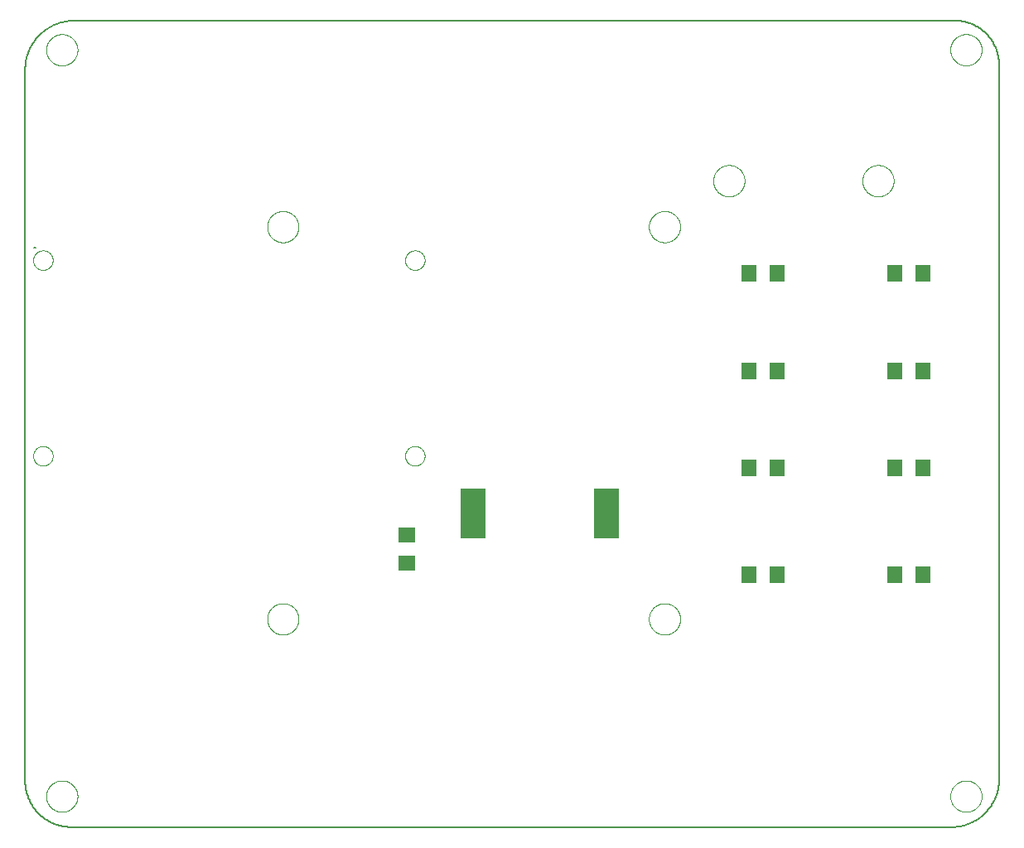
<source format=gbp>
G75*
%MOIN*%
%OFA0B0*%
%FSLAX25Y25*%
%IPPOS*%
%LPD*%
%AMOC8*
5,1,8,0,0,1.08239X$1,22.5*
%
%ADD10C,0.00000*%
%ADD11C,0.00600*%
%ADD12R,0.06299X0.07098*%
%ADD13C,0.00500*%
%ADD14R,0.10000X0.20000*%
%ADD15R,0.07098X0.06299*%
D10*
X0021741Y0016918D02*
X0021743Y0017076D01*
X0021749Y0017234D01*
X0021759Y0017392D01*
X0021773Y0017550D01*
X0021791Y0017707D01*
X0021812Y0017864D01*
X0021838Y0018020D01*
X0021868Y0018176D01*
X0021901Y0018331D01*
X0021939Y0018484D01*
X0021980Y0018637D01*
X0022025Y0018789D01*
X0022074Y0018940D01*
X0022127Y0019089D01*
X0022183Y0019237D01*
X0022243Y0019383D01*
X0022307Y0019528D01*
X0022375Y0019671D01*
X0022446Y0019813D01*
X0022520Y0019953D01*
X0022598Y0020090D01*
X0022680Y0020226D01*
X0022764Y0020360D01*
X0022853Y0020491D01*
X0022944Y0020620D01*
X0023039Y0020747D01*
X0023136Y0020872D01*
X0023237Y0020994D01*
X0023341Y0021113D01*
X0023448Y0021230D01*
X0023558Y0021344D01*
X0023671Y0021455D01*
X0023786Y0021564D01*
X0023904Y0021669D01*
X0024025Y0021771D01*
X0024148Y0021871D01*
X0024274Y0021967D01*
X0024402Y0022060D01*
X0024532Y0022150D01*
X0024665Y0022236D01*
X0024800Y0022320D01*
X0024936Y0022399D01*
X0025075Y0022476D01*
X0025216Y0022548D01*
X0025358Y0022618D01*
X0025502Y0022683D01*
X0025648Y0022745D01*
X0025795Y0022803D01*
X0025944Y0022858D01*
X0026094Y0022909D01*
X0026245Y0022956D01*
X0026397Y0022999D01*
X0026550Y0023038D01*
X0026705Y0023074D01*
X0026860Y0023105D01*
X0027016Y0023133D01*
X0027172Y0023157D01*
X0027329Y0023177D01*
X0027487Y0023193D01*
X0027644Y0023205D01*
X0027803Y0023213D01*
X0027961Y0023217D01*
X0028119Y0023217D01*
X0028277Y0023213D01*
X0028436Y0023205D01*
X0028593Y0023193D01*
X0028751Y0023177D01*
X0028908Y0023157D01*
X0029064Y0023133D01*
X0029220Y0023105D01*
X0029375Y0023074D01*
X0029530Y0023038D01*
X0029683Y0022999D01*
X0029835Y0022956D01*
X0029986Y0022909D01*
X0030136Y0022858D01*
X0030285Y0022803D01*
X0030432Y0022745D01*
X0030578Y0022683D01*
X0030722Y0022618D01*
X0030864Y0022548D01*
X0031005Y0022476D01*
X0031144Y0022399D01*
X0031280Y0022320D01*
X0031415Y0022236D01*
X0031548Y0022150D01*
X0031678Y0022060D01*
X0031806Y0021967D01*
X0031932Y0021871D01*
X0032055Y0021771D01*
X0032176Y0021669D01*
X0032294Y0021564D01*
X0032409Y0021455D01*
X0032522Y0021344D01*
X0032632Y0021230D01*
X0032739Y0021113D01*
X0032843Y0020994D01*
X0032944Y0020872D01*
X0033041Y0020747D01*
X0033136Y0020620D01*
X0033227Y0020491D01*
X0033316Y0020360D01*
X0033400Y0020226D01*
X0033482Y0020090D01*
X0033560Y0019953D01*
X0033634Y0019813D01*
X0033705Y0019671D01*
X0033773Y0019528D01*
X0033837Y0019383D01*
X0033897Y0019237D01*
X0033953Y0019089D01*
X0034006Y0018940D01*
X0034055Y0018789D01*
X0034100Y0018637D01*
X0034141Y0018484D01*
X0034179Y0018331D01*
X0034212Y0018176D01*
X0034242Y0018020D01*
X0034268Y0017864D01*
X0034289Y0017707D01*
X0034307Y0017550D01*
X0034321Y0017392D01*
X0034331Y0017234D01*
X0034337Y0017076D01*
X0034339Y0016918D01*
X0034337Y0016760D01*
X0034331Y0016602D01*
X0034321Y0016444D01*
X0034307Y0016286D01*
X0034289Y0016129D01*
X0034268Y0015972D01*
X0034242Y0015816D01*
X0034212Y0015660D01*
X0034179Y0015505D01*
X0034141Y0015352D01*
X0034100Y0015199D01*
X0034055Y0015047D01*
X0034006Y0014896D01*
X0033953Y0014747D01*
X0033897Y0014599D01*
X0033837Y0014453D01*
X0033773Y0014308D01*
X0033705Y0014165D01*
X0033634Y0014023D01*
X0033560Y0013883D01*
X0033482Y0013746D01*
X0033400Y0013610D01*
X0033316Y0013476D01*
X0033227Y0013345D01*
X0033136Y0013216D01*
X0033041Y0013089D01*
X0032944Y0012964D01*
X0032843Y0012842D01*
X0032739Y0012723D01*
X0032632Y0012606D01*
X0032522Y0012492D01*
X0032409Y0012381D01*
X0032294Y0012272D01*
X0032176Y0012167D01*
X0032055Y0012065D01*
X0031932Y0011965D01*
X0031806Y0011869D01*
X0031678Y0011776D01*
X0031548Y0011686D01*
X0031415Y0011600D01*
X0031280Y0011516D01*
X0031144Y0011437D01*
X0031005Y0011360D01*
X0030864Y0011288D01*
X0030722Y0011218D01*
X0030578Y0011153D01*
X0030432Y0011091D01*
X0030285Y0011033D01*
X0030136Y0010978D01*
X0029986Y0010927D01*
X0029835Y0010880D01*
X0029683Y0010837D01*
X0029530Y0010798D01*
X0029375Y0010762D01*
X0029220Y0010731D01*
X0029064Y0010703D01*
X0028908Y0010679D01*
X0028751Y0010659D01*
X0028593Y0010643D01*
X0028436Y0010631D01*
X0028277Y0010623D01*
X0028119Y0010619D01*
X0027961Y0010619D01*
X0027803Y0010623D01*
X0027644Y0010631D01*
X0027487Y0010643D01*
X0027329Y0010659D01*
X0027172Y0010679D01*
X0027016Y0010703D01*
X0026860Y0010731D01*
X0026705Y0010762D01*
X0026550Y0010798D01*
X0026397Y0010837D01*
X0026245Y0010880D01*
X0026094Y0010927D01*
X0025944Y0010978D01*
X0025795Y0011033D01*
X0025648Y0011091D01*
X0025502Y0011153D01*
X0025358Y0011218D01*
X0025216Y0011288D01*
X0025075Y0011360D01*
X0024936Y0011437D01*
X0024800Y0011516D01*
X0024665Y0011600D01*
X0024532Y0011686D01*
X0024402Y0011776D01*
X0024274Y0011869D01*
X0024148Y0011965D01*
X0024025Y0012065D01*
X0023904Y0012167D01*
X0023786Y0012272D01*
X0023671Y0012381D01*
X0023558Y0012492D01*
X0023448Y0012606D01*
X0023341Y0012723D01*
X0023237Y0012842D01*
X0023136Y0012964D01*
X0023039Y0013089D01*
X0022944Y0013216D01*
X0022853Y0013345D01*
X0022764Y0013476D01*
X0022680Y0013610D01*
X0022598Y0013746D01*
X0022520Y0013883D01*
X0022446Y0014023D01*
X0022375Y0014165D01*
X0022307Y0014308D01*
X0022243Y0014453D01*
X0022183Y0014599D01*
X0022127Y0014747D01*
X0022074Y0014896D01*
X0022025Y0015047D01*
X0021980Y0015199D01*
X0021939Y0015352D01*
X0021901Y0015505D01*
X0021868Y0015660D01*
X0021838Y0015816D01*
X0021812Y0015972D01*
X0021791Y0016129D01*
X0021773Y0016286D01*
X0021759Y0016444D01*
X0021749Y0016602D01*
X0021743Y0016760D01*
X0021741Y0016918D01*
X0110668Y0088267D02*
X0110670Y0088425D01*
X0110676Y0088583D01*
X0110686Y0088741D01*
X0110700Y0088899D01*
X0110718Y0089056D01*
X0110739Y0089213D01*
X0110765Y0089369D01*
X0110795Y0089525D01*
X0110828Y0089680D01*
X0110866Y0089833D01*
X0110907Y0089986D01*
X0110952Y0090138D01*
X0111001Y0090289D01*
X0111054Y0090438D01*
X0111110Y0090586D01*
X0111170Y0090732D01*
X0111234Y0090877D01*
X0111302Y0091020D01*
X0111373Y0091162D01*
X0111447Y0091302D01*
X0111525Y0091439D01*
X0111607Y0091575D01*
X0111691Y0091709D01*
X0111780Y0091840D01*
X0111871Y0091969D01*
X0111966Y0092096D01*
X0112063Y0092221D01*
X0112164Y0092343D01*
X0112268Y0092462D01*
X0112375Y0092579D01*
X0112485Y0092693D01*
X0112598Y0092804D01*
X0112713Y0092913D01*
X0112831Y0093018D01*
X0112952Y0093120D01*
X0113075Y0093220D01*
X0113201Y0093316D01*
X0113329Y0093409D01*
X0113459Y0093499D01*
X0113592Y0093585D01*
X0113727Y0093669D01*
X0113863Y0093748D01*
X0114002Y0093825D01*
X0114143Y0093897D01*
X0114285Y0093967D01*
X0114429Y0094032D01*
X0114575Y0094094D01*
X0114722Y0094152D01*
X0114871Y0094207D01*
X0115021Y0094258D01*
X0115172Y0094305D01*
X0115324Y0094348D01*
X0115477Y0094387D01*
X0115632Y0094423D01*
X0115787Y0094454D01*
X0115943Y0094482D01*
X0116099Y0094506D01*
X0116256Y0094526D01*
X0116414Y0094542D01*
X0116571Y0094554D01*
X0116730Y0094562D01*
X0116888Y0094566D01*
X0117046Y0094566D01*
X0117204Y0094562D01*
X0117363Y0094554D01*
X0117520Y0094542D01*
X0117678Y0094526D01*
X0117835Y0094506D01*
X0117991Y0094482D01*
X0118147Y0094454D01*
X0118302Y0094423D01*
X0118457Y0094387D01*
X0118610Y0094348D01*
X0118762Y0094305D01*
X0118913Y0094258D01*
X0119063Y0094207D01*
X0119212Y0094152D01*
X0119359Y0094094D01*
X0119505Y0094032D01*
X0119649Y0093967D01*
X0119791Y0093897D01*
X0119932Y0093825D01*
X0120071Y0093748D01*
X0120207Y0093669D01*
X0120342Y0093585D01*
X0120475Y0093499D01*
X0120605Y0093409D01*
X0120733Y0093316D01*
X0120859Y0093220D01*
X0120982Y0093120D01*
X0121103Y0093018D01*
X0121221Y0092913D01*
X0121336Y0092804D01*
X0121449Y0092693D01*
X0121559Y0092579D01*
X0121666Y0092462D01*
X0121770Y0092343D01*
X0121871Y0092221D01*
X0121968Y0092096D01*
X0122063Y0091969D01*
X0122154Y0091840D01*
X0122243Y0091709D01*
X0122327Y0091575D01*
X0122409Y0091439D01*
X0122487Y0091302D01*
X0122561Y0091162D01*
X0122632Y0091020D01*
X0122700Y0090877D01*
X0122764Y0090732D01*
X0122824Y0090586D01*
X0122880Y0090438D01*
X0122933Y0090289D01*
X0122982Y0090138D01*
X0123027Y0089986D01*
X0123068Y0089833D01*
X0123106Y0089680D01*
X0123139Y0089525D01*
X0123169Y0089369D01*
X0123195Y0089213D01*
X0123216Y0089056D01*
X0123234Y0088899D01*
X0123248Y0088741D01*
X0123258Y0088583D01*
X0123264Y0088425D01*
X0123266Y0088267D01*
X0123264Y0088109D01*
X0123258Y0087951D01*
X0123248Y0087793D01*
X0123234Y0087635D01*
X0123216Y0087478D01*
X0123195Y0087321D01*
X0123169Y0087165D01*
X0123139Y0087009D01*
X0123106Y0086854D01*
X0123068Y0086701D01*
X0123027Y0086548D01*
X0122982Y0086396D01*
X0122933Y0086245D01*
X0122880Y0086096D01*
X0122824Y0085948D01*
X0122764Y0085802D01*
X0122700Y0085657D01*
X0122632Y0085514D01*
X0122561Y0085372D01*
X0122487Y0085232D01*
X0122409Y0085095D01*
X0122327Y0084959D01*
X0122243Y0084825D01*
X0122154Y0084694D01*
X0122063Y0084565D01*
X0121968Y0084438D01*
X0121871Y0084313D01*
X0121770Y0084191D01*
X0121666Y0084072D01*
X0121559Y0083955D01*
X0121449Y0083841D01*
X0121336Y0083730D01*
X0121221Y0083621D01*
X0121103Y0083516D01*
X0120982Y0083414D01*
X0120859Y0083314D01*
X0120733Y0083218D01*
X0120605Y0083125D01*
X0120475Y0083035D01*
X0120342Y0082949D01*
X0120207Y0082865D01*
X0120071Y0082786D01*
X0119932Y0082709D01*
X0119791Y0082637D01*
X0119649Y0082567D01*
X0119505Y0082502D01*
X0119359Y0082440D01*
X0119212Y0082382D01*
X0119063Y0082327D01*
X0118913Y0082276D01*
X0118762Y0082229D01*
X0118610Y0082186D01*
X0118457Y0082147D01*
X0118302Y0082111D01*
X0118147Y0082080D01*
X0117991Y0082052D01*
X0117835Y0082028D01*
X0117678Y0082008D01*
X0117520Y0081992D01*
X0117363Y0081980D01*
X0117204Y0081972D01*
X0117046Y0081968D01*
X0116888Y0081968D01*
X0116730Y0081972D01*
X0116571Y0081980D01*
X0116414Y0081992D01*
X0116256Y0082008D01*
X0116099Y0082028D01*
X0115943Y0082052D01*
X0115787Y0082080D01*
X0115632Y0082111D01*
X0115477Y0082147D01*
X0115324Y0082186D01*
X0115172Y0082229D01*
X0115021Y0082276D01*
X0114871Y0082327D01*
X0114722Y0082382D01*
X0114575Y0082440D01*
X0114429Y0082502D01*
X0114285Y0082567D01*
X0114143Y0082637D01*
X0114002Y0082709D01*
X0113863Y0082786D01*
X0113727Y0082865D01*
X0113592Y0082949D01*
X0113459Y0083035D01*
X0113329Y0083125D01*
X0113201Y0083218D01*
X0113075Y0083314D01*
X0112952Y0083414D01*
X0112831Y0083516D01*
X0112713Y0083621D01*
X0112598Y0083730D01*
X0112485Y0083841D01*
X0112375Y0083955D01*
X0112268Y0084072D01*
X0112164Y0084191D01*
X0112063Y0084313D01*
X0111966Y0084438D01*
X0111871Y0084565D01*
X0111780Y0084694D01*
X0111691Y0084825D01*
X0111607Y0084959D01*
X0111525Y0085095D01*
X0111447Y0085232D01*
X0111373Y0085372D01*
X0111302Y0085514D01*
X0111234Y0085657D01*
X0111170Y0085802D01*
X0111110Y0085948D01*
X0111054Y0086096D01*
X0111001Y0086245D01*
X0110952Y0086396D01*
X0110907Y0086548D01*
X0110866Y0086701D01*
X0110828Y0086854D01*
X0110795Y0087009D01*
X0110765Y0087165D01*
X0110739Y0087321D01*
X0110718Y0087478D01*
X0110700Y0087635D01*
X0110686Y0087793D01*
X0110676Y0087951D01*
X0110670Y0088109D01*
X0110668Y0088267D01*
X0166159Y0153902D02*
X0166161Y0154027D01*
X0166167Y0154152D01*
X0166177Y0154276D01*
X0166191Y0154400D01*
X0166208Y0154524D01*
X0166230Y0154647D01*
X0166256Y0154769D01*
X0166285Y0154891D01*
X0166318Y0155011D01*
X0166356Y0155130D01*
X0166396Y0155249D01*
X0166441Y0155365D01*
X0166489Y0155480D01*
X0166541Y0155594D01*
X0166597Y0155706D01*
X0166656Y0155816D01*
X0166718Y0155924D01*
X0166784Y0156031D01*
X0166853Y0156135D01*
X0166926Y0156236D01*
X0167001Y0156336D01*
X0167080Y0156433D01*
X0167162Y0156527D01*
X0167247Y0156619D01*
X0167334Y0156708D01*
X0167425Y0156794D01*
X0167518Y0156877D01*
X0167614Y0156958D01*
X0167712Y0157035D01*
X0167812Y0157109D01*
X0167915Y0157180D01*
X0168020Y0157247D01*
X0168128Y0157312D01*
X0168237Y0157372D01*
X0168348Y0157430D01*
X0168461Y0157483D01*
X0168575Y0157533D01*
X0168691Y0157580D01*
X0168808Y0157622D01*
X0168927Y0157661D01*
X0169047Y0157697D01*
X0169168Y0157728D01*
X0169290Y0157756D01*
X0169412Y0157779D01*
X0169536Y0157799D01*
X0169660Y0157815D01*
X0169784Y0157827D01*
X0169909Y0157835D01*
X0170034Y0157839D01*
X0170158Y0157839D01*
X0170283Y0157835D01*
X0170408Y0157827D01*
X0170532Y0157815D01*
X0170656Y0157799D01*
X0170780Y0157779D01*
X0170902Y0157756D01*
X0171024Y0157728D01*
X0171145Y0157697D01*
X0171265Y0157661D01*
X0171384Y0157622D01*
X0171501Y0157580D01*
X0171617Y0157533D01*
X0171731Y0157483D01*
X0171844Y0157430D01*
X0171955Y0157372D01*
X0172065Y0157312D01*
X0172172Y0157247D01*
X0172277Y0157180D01*
X0172380Y0157109D01*
X0172480Y0157035D01*
X0172578Y0156958D01*
X0172674Y0156877D01*
X0172767Y0156794D01*
X0172858Y0156708D01*
X0172945Y0156619D01*
X0173030Y0156527D01*
X0173112Y0156433D01*
X0173191Y0156336D01*
X0173266Y0156236D01*
X0173339Y0156135D01*
X0173408Y0156031D01*
X0173474Y0155924D01*
X0173536Y0155816D01*
X0173595Y0155706D01*
X0173651Y0155594D01*
X0173703Y0155480D01*
X0173751Y0155365D01*
X0173796Y0155249D01*
X0173836Y0155130D01*
X0173874Y0155011D01*
X0173907Y0154891D01*
X0173936Y0154769D01*
X0173962Y0154647D01*
X0173984Y0154524D01*
X0174001Y0154400D01*
X0174015Y0154276D01*
X0174025Y0154152D01*
X0174031Y0154027D01*
X0174033Y0153902D01*
X0174031Y0153777D01*
X0174025Y0153652D01*
X0174015Y0153528D01*
X0174001Y0153404D01*
X0173984Y0153280D01*
X0173962Y0153157D01*
X0173936Y0153035D01*
X0173907Y0152913D01*
X0173874Y0152793D01*
X0173836Y0152674D01*
X0173796Y0152555D01*
X0173751Y0152439D01*
X0173703Y0152324D01*
X0173651Y0152210D01*
X0173595Y0152098D01*
X0173536Y0151988D01*
X0173474Y0151880D01*
X0173408Y0151773D01*
X0173339Y0151669D01*
X0173266Y0151568D01*
X0173191Y0151468D01*
X0173112Y0151371D01*
X0173030Y0151277D01*
X0172945Y0151185D01*
X0172858Y0151096D01*
X0172767Y0151010D01*
X0172674Y0150927D01*
X0172578Y0150846D01*
X0172480Y0150769D01*
X0172380Y0150695D01*
X0172277Y0150624D01*
X0172172Y0150557D01*
X0172064Y0150492D01*
X0171955Y0150432D01*
X0171844Y0150374D01*
X0171731Y0150321D01*
X0171617Y0150271D01*
X0171501Y0150224D01*
X0171384Y0150182D01*
X0171265Y0150143D01*
X0171145Y0150107D01*
X0171024Y0150076D01*
X0170902Y0150048D01*
X0170780Y0150025D01*
X0170656Y0150005D01*
X0170532Y0149989D01*
X0170408Y0149977D01*
X0170283Y0149969D01*
X0170158Y0149965D01*
X0170034Y0149965D01*
X0169909Y0149969D01*
X0169784Y0149977D01*
X0169660Y0149989D01*
X0169536Y0150005D01*
X0169412Y0150025D01*
X0169290Y0150048D01*
X0169168Y0150076D01*
X0169047Y0150107D01*
X0168927Y0150143D01*
X0168808Y0150182D01*
X0168691Y0150224D01*
X0168575Y0150271D01*
X0168461Y0150321D01*
X0168348Y0150374D01*
X0168237Y0150432D01*
X0168127Y0150492D01*
X0168020Y0150557D01*
X0167915Y0150624D01*
X0167812Y0150695D01*
X0167712Y0150769D01*
X0167614Y0150846D01*
X0167518Y0150927D01*
X0167425Y0151010D01*
X0167334Y0151096D01*
X0167247Y0151185D01*
X0167162Y0151277D01*
X0167080Y0151371D01*
X0167001Y0151468D01*
X0166926Y0151568D01*
X0166853Y0151669D01*
X0166784Y0151773D01*
X0166718Y0151880D01*
X0166656Y0151988D01*
X0166597Y0152098D01*
X0166541Y0152210D01*
X0166489Y0152324D01*
X0166441Y0152439D01*
X0166396Y0152555D01*
X0166356Y0152674D01*
X0166318Y0152793D01*
X0166285Y0152913D01*
X0166256Y0153035D01*
X0166230Y0153157D01*
X0166208Y0153280D01*
X0166191Y0153404D01*
X0166177Y0153528D01*
X0166167Y0153652D01*
X0166161Y0153777D01*
X0166159Y0153902D01*
X0166159Y0232670D02*
X0166161Y0232795D01*
X0166167Y0232920D01*
X0166177Y0233044D01*
X0166191Y0233168D01*
X0166208Y0233292D01*
X0166230Y0233415D01*
X0166256Y0233537D01*
X0166285Y0233659D01*
X0166318Y0233779D01*
X0166356Y0233898D01*
X0166396Y0234017D01*
X0166441Y0234133D01*
X0166489Y0234248D01*
X0166541Y0234362D01*
X0166597Y0234474D01*
X0166656Y0234584D01*
X0166718Y0234692D01*
X0166784Y0234799D01*
X0166853Y0234903D01*
X0166926Y0235004D01*
X0167001Y0235104D01*
X0167080Y0235201D01*
X0167162Y0235295D01*
X0167247Y0235387D01*
X0167334Y0235476D01*
X0167425Y0235562D01*
X0167518Y0235645D01*
X0167614Y0235726D01*
X0167712Y0235803D01*
X0167812Y0235877D01*
X0167915Y0235948D01*
X0168020Y0236015D01*
X0168128Y0236080D01*
X0168237Y0236140D01*
X0168348Y0236198D01*
X0168461Y0236251D01*
X0168575Y0236301D01*
X0168691Y0236348D01*
X0168808Y0236390D01*
X0168927Y0236429D01*
X0169047Y0236465D01*
X0169168Y0236496D01*
X0169290Y0236524D01*
X0169412Y0236547D01*
X0169536Y0236567D01*
X0169660Y0236583D01*
X0169784Y0236595D01*
X0169909Y0236603D01*
X0170034Y0236607D01*
X0170158Y0236607D01*
X0170283Y0236603D01*
X0170408Y0236595D01*
X0170532Y0236583D01*
X0170656Y0236567D01*
X0170780Y0236547D01*
X0170902Y0236524D01*
X0171024Y0236496D01*
X0171145Y0236465D01*
X0171265Y0236429D01*
X0171384Y0236390D01*
X0171501Y0236348D01*
X0171617Y0236301D01*
X0171731Y0236251D01*
X0171844Y0236198D01*
X0171955Y0236140D01*
X0172065Y0236080D01*
X0172172Y0236015D01*
X0172277Y0235948D01*
X0172380Y0235877D01*
X0172480Y0235803D01*
X0172578Y0235726D01*
X0172674Y0235645D01*
X0172767Y0235562D01*
X0172858Y0235476D01*
X0172945Y0235387D01*
X0173030Y0235295D01*
X0173112Y0235201D01*
X0173191Y0235104D01*
X0173266Y0235004D01*
X0173339Y0234903D01*
X0173408Y0234799D01*
X0173474Y0234692D01*
X0173536Y0234584D01*
X0173595Y0234474D01*
X0173651Y0234362D01*
X0173703Y0234248D01*
X0173751Y0234133D01*
X0173796Y0234017D01*
X0173836Y0233898D01*
X0173874Y0233779D01*
X0173907Y0233659D01*
X0173936Y0233537D01*
X0173962Y0233415D01*
X0173984Y0233292D01*
X0174001Y0233168D01*
X0174015Y0233044D01*
X0174025Y0232920D01*
X0174031Y0232795D01*
X0174033Y0232670D01*
X0174031Y0232545D01*
X0174025Y0232420D01*
X0174015Y0232296D01*
X0174001Y0232172D01*
X0173984Y0232048D01*
X0173962Y0231925D01*
X0173936Y0231803D01*
X0173907Y0231681D01*
X0173874Y0231561D01*
X0173836Y0231442D01*
X0173796Y0231323D01*
X0173751Y0231207D01*
X0173703Y0231092D01*
X0173651Y0230978D01*
X0173595Y0230866D01*
X0173536Y0230756D01*
X0173474Y0230648D01*
X0173408Y0230541D01*
X0173339Y0230437D01*
X0173266Y0230336D01*
X0173191Y0230236D01*
X0173112Y0230139D01*
X0173030Y0230045D01*
X0172945Y0229953D01*
X0172858Y0229864D01*
X0172767Y0229778D01*
X0172674Y0229695D01*
X0172578Y0229614D01*
X0172480Y0229537D01*
X0172380Y0229463D01*
X0172277Y0229392D01*
X0172172Y0229325D01*
X0172064Y0229260D01*
X0171955Y0229200D01*
X0171844Y0229142D01*
X0171731Y0229089D01*
X0171617Y0229039D01*
X0171501Y0228992D01*
X0171384Y0228950D01*
X0171265Y0228911D01*
X0171145Y0228875D01*
X0171024Y0228844D01*
X0170902Y0228816D01*
X0170780Y0228793D01*
X0170656Y0228773D01*
X0170532Y0228757D01*
X0170408Y0228745D01*
X0170283Y0228737D01*
X0170158Y0228733D01*
X0170034Y0228733D01*
X0169909Y0228737D01*
X0169784Y0228745D01*
X0169660Y0228757D01*
X0169536Y0228773D01*
X0169412Y0228793D01*
X0169290Y0228816D01*
X0169168Y0228844D01*
X0169047Y0228875D01*
X0168927Y0228911D01*
X0168808Y0228950D01*
X0168691Y0228992D01*
X0168575Y0229039D01*
X0168461Y0229089D01*
X0168348Y0229142D01*
X0168237Y0229200D01*
X0168127Y0229260D01*
X0168020Y0229325D01*
X0167915Y0229392D01*
X0167812Y0229463D01*
X0167712Y0229537D01*
X0167614Y0229614D01*
X0167518Y0229695D01*
X0167425Y0229778D01*
X0167334Y0229864D01*
X0167247Y0229953D01*
X0167162Y0230045D01*
X0167080Y0230139D01*
X0167001Y0230236D01*
X0166926Y0230336D01*
X0166853Y0230437D01*
X0166784Y0230541D01*
X0166718Y0230648D01*
X0166656Y0230756D01*
X0166597Y0230866D01*
X0166541Y0230978D01*
X0166489Y0231092D01*
X0166441Y0231207D01*
X0166396Y0231323D01*
X0166356Y0231442D01*
X0166318Y0231561D01*
X0166285Y0231681D01*
X0166256Y0231803D01*
X0166230Y0231925D01*
X0166208Y0232048D01*
X0166191Y0232172D01*
X0166177Y0232296D01*
X0166167Y0232420D01*
X0166161Y0232545D01*
X0166159Y0232670D01*
X0110668Y0246148D02*
X0110670Y0246306D01*
X0110676Y0246464D01*
X0110686Y0246622D01*
X0110700Y0246780D01*
X0110718Y0246937D01*
X0110739Y0247094D01*
X0110765Y0247250D01*
X0110795Y0247406D01*
X0110828Y0247561D01*
X0110866Y0247714D01*
X0110907Y0247867D01*
X0110952Y0248019D01*
X0111001Y0248170D01*
X0111054Y0248319D01*
X0111110Y0248467D01*
X0111170Y0248613D01*
X0111234Y0248758D01*
X0111302Y0248901D01*
X0111373Y0249043D01*
X0111447Y0249183D01*
X0111525Y0249320D01*
X0111607Y0249456D01*
X0111691Y0249590D01*
X0111780Y0249721D01*
X0111871Y0249850D01*
X0111966Y0249977D01*
X0112063Y0250102D01*
X0112164Y0250224D01*
X0112268Y0250343D01*
X0112375Y0250460D01*
X0112485Y0250574D01*
X0112598Y0250685D01*
X0112713Y0250794D01*
X0112831Y0250899D01*
X0112952Y0251001D01*
X0113075Y0251101D01*
X0113201Y0251197D01*
X0113329Y0251290D01*
X0113459Y0251380D01*
X0113592Y0251466D01*
X0113727Y0251550D01*
X0113863Y0251629D01*
X0114002Y0251706D01*
X0114143Y0251778D01*
X0114285Y0251848D01*
X0114429Y0251913D01*
X0114575Y0251975D01*
X0114722Y0252033D01*
X0114871Y0252088D01*
X0115021Y0252139D01*
X0115172Y0252186D01*
X0115324Y0252229D01*
X0115477Y0252268D01*
X0115632Y0252304D01*
X0115787Y0252335D01*
X0115943Y0252363D01*
X0116099Y0252387D01*
X0116256Y0252407D01*
X0116414Y0252423D01*
X0116571Y0252435D01*
X0116730Y0252443D01*
X0116888Y0252447D01*
X0117046Y0252447D01*
X0117204Y0252443D01*
X0117363Y0252435D01*
X0117520Y0252423D01*
X0117678Y0252407D01*
X0117835Y0252387D01*
X0117991Y0252363D01*
X0118147Y0252335D01*
X0118302Y0252304D01*
X0118457Y0252268D01*
X0118610Y0252229D01*
X0118762Y0252186D01*
X0118913Y0252139D01*
X0119063Y0252088D01*
X0119212Y0252033D01*
X0119359Y0251975D01*
X0119505Y0251913D01*
X0119649Y0251848D01*
X0119791Y0251778D01*
X0119932Y0251706D01*
X0120071Y0251629D01*
X0120207Y0251550D01*
X0120342Y0251466D01*
X0120475Y0251380D01*
X0120605Y0251290D01*
X0120733Y0251197D01*
X0120859Y0251101D01*
X0120982Y0251001D01*
X0121103Y0250899D01*
X0121221Y0250794D01*
X0121336Y0250685D01*
X0121449Y0250574D01*
X0121559Y0250460D01*
X0121666Y0250343D01*
X0121770Y0250224D01*
X0121871Y0250102D01*
X0121968Y0249977D01*
X0122063Y0249850D01*
X0122154Y0249721D01*
X0122243Y0249590D01*
X0122327Y0249456D01*
X0122409Y0249320D01*
X0122487Y0249183D01*
X0122561Y0249043D01*
X0122632Y0248901D01*
X0122700Y0248758D01*
X0122764Y0248613D01*
X0122824Y0248467D01*
X0122880Y0248319D01*
X0122933Y0248170D01*
X0122982Y0248019D01*
X0123027Y0247867D01*
X0123068Y0247714D01*
X0123106Y0247561D01*
X0123139Y0247406D01*
X0123169Y0247250D01*
X0123195Y0247094D01*
X0123216Y0246937D01*
X0123234Y0246780D01*
X0123248Y0246622D01*
X0123258Y0246464D01*
X0123264Y0246306D01*
X0123266Y0246148D01*
X0123264Y0245990D01*
X0123258Y0245832D01*
X0123248Y0245674D01*
X0123234Y0245516D01*
X0123216Y0245359D01*
X0123195Y0245202D01*
X0123169Y0245046D01*
X0123139Y0244890D01*
X0123106Y0244735D01*
X0123068Y0244582D01*
X0123027Y0244429D01*
X0122982Y0244277D01*
X0122933Y0244126D01*
X0122880Y0243977D01*
X0122824Y0243829D01*
X0122764Y0243683D01*
X0122700Y0243538D01*
X0122632Y0243395D01*
X0122561Y0243253D01*
X0122487Y0243113D01*
X0122409Y0242976D01*
X0122327Y0242840D01*
X0122243Y0242706D01*
X0122154Y0242575D01*
X0122063Y0242446D01*
X0121968Y0242319D01*
X0121871Y0242194D01*
X0121770Y0242072D01*
X0121666Y0241953D01*
X0121559Y0241836D01*
X0121449Y0241722D01*
X0121336Y0241611D01*
X0121221Y0241502D01*
X0121103Y0241397D01*
X0120982Y0241295D01*
X0120859Y0241195D01*
X0120733Y0241099D01*
X0120605Y0241006D01*
X0120475Y0240916D01*
X0120342Y0240830D01*
X0120207Y0240746D01*
X0120071Y0240667D01*
X0119932Y0240590D01*
X0119791Y0240518D01*
X0119649Y0240448D01*
X0119505Y0240383D01*
X0119359Y0240321D01*
X0119212Y0240263D01*
X0119063Y0240208D01*
X0118913Y0240157D01*
X0118762Y0240110D01*
X0118610Y0240067D01*
X0118457Y0240028D01*
X0118302Y0239992D01*
X0118147Y0239961D01*
X0117991Y0239933D01*
X0117835Y0239909D01*
X0117678Y0239889D01*
X0117520Y0239873D01*
X0117363Y0239861D01*
X0117204Y0239853D01*
X0117046Y0239849D01*
X0116888Y0239849D01*
X0116730Y0239853D01*
X0116571Y0239861D01*
X0116414Y0239873D01*
X0116256Y0239889D01*
X0116099Y0239909D01*
X0115943Y0239933D01*
X0115787Y0239961D01*
X0115632Y0239992D01*
X0115477Y0240028D01*
X0115324Y0240067D01*
X0115172Y0240110D01*
X0115021Y0240157D01*
X0114871Y0240208D01*
X0114722Y0240263D01*
X0114575Y0240321D01*
X0114429Y0240383D01*
X0114285Y0240448D01*
X0114143Y0240518D01*
X0114002Y0240590D01*
X0113863Y0240667D01*
X0113727Y0240746D01*
X0113592Y0240830D01*
X0113459Y0240916D01*
X0113329Y0241006D01*
X0113201Y0241099D01*
X0113075Y0241195D01*
X0112952Y0241295D01*
X0112831Y0241397D01*
X0112713Y0241502D01*
X0112598Y0241611D01*
X0112485Y0241722D01*
X0112375Y0241836D01*
X0112268Y0241953D01*
X0112164Y0242072D01*
X0112063Y0242194D01*
X0111966Y0242319D01*
X0111871Y0242446D01*
X0111780Y0242575D01*
X0111691Y0242706D01*
X0111607Y0242840D01*
X0111525Y0242976D01*
X0111447Y0243113D01*
X0111373Y0243253D01*
X0111302Y0243395D01*
X0111234Y0243538D01*
X0111170Y0243683D01*
X0111110Y0243829D01*
X0111054Y0243977D01*
X0111001Y0244126D01*
X0110952Y0244277D01*
X0110907Y0244429D01*
X0110866Y0244582D01*
X0110828Y0244735D01*
X0110795Y0244890D01*
X0110765Y0245046D01*
X0110739Y0245202D01*
X0110718Y0245359D01*
X0110700Y0245516D01*
X0110686Y0245674D01*
X0110676Y0245832D01*
X0110670Y0245990D01*
X0110668Y0246148D01*
X0021741Y0317342D02*
X0021743Y0317500D01*
X0021749Y0317658D01*
X0021759Y0317816D01*
X0021773Y0317974D01*
X0021791Y0318131D01*
X0021812Y0318288D01*
X0021838Y0318444D01*
X0021868Y0318600D01*
X0021901Y0318755D01*
X0021939Y0318908D01*
X0021980Y0319061D01*
X0022025Y0319213D01*
X0022074Y0319364D01*
X0022127Y0319513D01*
X0022183Y0319661D01*
X0022243Y0319807D01*
X0022307Y0319952D01*
X0022375Y0320095D01*
X0022446Y0320237D01*
X0022520Y0320377D01*
X0022598Y0320514D01*
X0022680Y0320650D01*
X0022764Y0320784D01*
X0022853Y0320915D01*
X0022944Y0321044D01*
X0023039Y0321171D01*
X0023136Y0321296D01*
X0023237Y0321418D01*
X0023341Y0321537D01*
X0023448Y0321654D01*
X0023558Y0321768D01*
X0023671Y0321879D01*
X0023786Y0321988D01*
X0023904Y0322093D01*
X0024025Y0322195D01*
X0024148Y0322295D01*
X0024274Y0322391D01*
X0024402Y0322484D01*
X0024532Y0322574D01*
X0024665Y0322660D01*
X0024800Y0322744D01*
X0024936Y0322823D01*
X0025075Y0322900D01*
X0025216Y0322972D01*
X0025358Y0323042D01*
X0025502Y0323107D01*
X0025648Y0323169D01*
X0025795Y0323227D01*
X0025944Y0323282D01*
X0026094Y0323333D01*
X0026245Y0323380D01*
X0026397Y0323423D01*
X0026550Y0323462D01*
X0026705Y0323498D01*
X0026860Y0323529D01*
X0027016Y0323557D01*
X0027172Y0323581D01*
X0027329Y0323601D01*
X0027487Y0323617D01*
X0027644Y0323629D01*
X0027803Y0323637D01*
X0027961Y0323641D01*
X0028119Y0323641D01*
X0028277Y0323637D01*
X0028436Y0323629D01*
X0028593Y0323617D01*
X0028751Y0323601D01*
X0028908Y0323581D01*
X0029064Y0323557D01*
X0029220Y0323529D01*
X0029375Y0323498D01*
X0029530Y0323462D01*
X0029683Y0323423D01*
X0029835Y0323380D01*
X0029986Y0323333D01*
X0030136Y0323282D01*
X0030285Y0323227D01*
X0030432Y0323169D01*
X0030578Y0323107D01*
X0030722Y0323042D01*
X0030864Y0322972D01*
X0031005Y0322900D01*
X0031144Y0322823D01*
X0031280Y0322744D01*
X0031415Y0322660D01*
X0031548Y0322574D01*
X0031678Y0322484D01*
X0031806Y0322391D01*
X0031932Y0322295D01*
X0032055Y0322195D01*
X0032176Y0322093D01*
X0032294Y0321988D01*
X0032409Y0321879D01*
X0032522Y0321768D01*
X0032632Y0321654D01*
X0032739Y0321537D01*
X0032843Y0321418D01*
X0032944Y0321296D01*
X0033041Y0321171D01*
X0033136Y0321044D01*
X0033227Y0320915D01*
X0033316Y0320784D01*
X0033400Y0320650D01*
X0033482Y0320514D01*
X0033560Y0320377D01*
X0033634Y0320237D01*
X0033705Y0320095D01*
X0033773Y0319952D01*
X0033837Y0319807D01*
X0033897Y0319661D01*
X0033953Y0319513D01*
X0034006Y0319364D01*
X0034055Y0319213D01*
X0034100Y0319061D01*
X0034141Y0318908D01*
X0034179Y0318755D01*
X0034212Y0318600D01*
X0034242Y0318444D01*
X0034268Y0318288D01*
X0034289Y0318131D01*
X0034307Y0317974D01*
X0034321Y0317816D01*
X0034331Y0317658D01*
X0034337Y0317500D01*
X0034339Y0317342D01*
X0034337Y0317184D01*
X0034331Y0317026D01*
X0034321Y0316868D01*
X0034307Y0316710D01*
X0034289Y0316553D01*
X0034268Y0316396D01*
X0034242Y0316240D01*
X0034212Y0316084D01*
X0034179Y0315929D01*
X0034141Y0315776D01*
X0034100Y0315623D01*
X0034055Y0315471D01*
X0034006Y0315320D01*
X0033953Y0315171D01*
X0033897Y0315023D01*
X0033837Y0314877D01*
X0033773Y0314732D01*
X0033705Y0314589D01*
X0033634Y0314447D01*
X0033560Y0314307D01*
X0033482Y0314170D01*
X0033400Y0314034D01*
X0033316Y0313900D01*
X0033227Y0313769D01*
X0033136Y0313640D01*
X0033041Y0313513D01*
X0032944Y0313388D01*
X0032843Y0313266D01*
X0032739Y0313147D01*
X0032632Y0313030D01*
X0032522Y0312916D01*
X0032409Y0312805D01*
X0032294Y0312696D01*
X0032176Y0312591D01*
X0032055Y0312489D01*
X0031932Y0312389D01*
X0031806Y0312293D01*
X0031678Y0312200D01*
X0031548Y0312110D01*
X0031415Y0312024D01*
X0031280Y0311940D01*
X0031144Y0311861D01*
X0031005Y0311784D01*
X0030864Y0311712D01*
X0030722Y0311642D01*
X0030578Y0311577D01*
X0030432Y0311515D01*
X0030285Y0311457D01*
X0030136Y0311402D01*
X0029986Y0311351D01*
X0029835Y0311304D01*
X0029683Y0311261D01*
X0029530Y0311222D01*
X0029375Y0311186D01*
X0029220Y0311155D01*
X0029064Y0311127D01*
X0028908Y0311103D01*
X0028751Y0311083D01*
X0028593Y0311067D01*
X0028436Y0311055D01*
X0028277Y0311047D01*
X0028119Y0311043D01*
X0027961Y0311043D01*
X0027803Y0311047D01*
X0027644Y0311055D01*
X0027487Y0311067D01*
X0027329Y0311083D01*
X0027172Y0311103D01*
X0027016Y0311127D01*
X0026860Y0311155D01*
X0026705Y0311186D01*
X0026550Y0311222D01*
X0026397Y0311261D01*
X0026245Y0311304D01*
X0026094Y0311351D01*
X0025944Y0311402D01*
X0025795Y0311457D01*
X0025648Y0311515D01*
X0025502Y0311577D01*
X0025358Y0311642D01*
X0025216Y0311712D01*
X0025075Y0311784D01*
X0024936Y0311861D01*
X0024800Y0311940D01*
X0024665Y0312024D01*
X0024532Y0312110D01*
X0024402Y0312200D01*
X0024274Y0312293D01*
X0024148Y0312389D01*
X0024025Y0312489D01*
X0023904Y0312591D01*
X0023786Y0312696D01*
X0023671Y0312805D01*
X0023558Y0312916D01*
X0023448Y0313030D01*
X0023341Y0313147D01*
X0023237Y0313266D01*
X0023136Y0313388D01*
X0023039Y0313513D01*
X0022944Y0313640D01*
X0022853Y0313769D01*
X0022764Y0313900D01*
X0022680Y0314034D01*
X0022598Y0314170D01*
X0022520Y0314307D01*
X0022446Y0314447D01*
X0022375Y0314589D01*
X0022307Y0314732D01*
X0022243Y0314877D01*
X0022183Y0315023D01*
X0022127Y0315171D01*
X0022074Y0315320D01*
X0022025Y0315471D01*
X0021980Y0315623D01*
X0021939Y0315776D01*
X0021901Y0315929D01*
X0021868Y0316084D01*
X0021838Y0316240D01*
X0021812Y0316396D01*
X0021791Y0316553D01*
X0021773Y0316710D01*
X0021759Y0316868D01*
X0021749Y0317026D01*
X0021743Y0317184D01*
X0021741Y0317342D01*
X0016500Y0232670D02*
X0016502Y0232795D01*
X0016508Y0232920D01*
X0016518Y0233044D01*
X0016532Y0233168D01*
X0016549Y0233292D01*
X0016571Y0233415D01*
X0016597Y0233537D01*
X0016626Y0233659D01*
X0016659Y0233779D01*
X0016697Y0233898D01*
X0016737Y0234017D01*
X0016782Y0234133D01*
X0016830Y0234248D01*
X0016882Y0234362D01*
X0016938Y0234474D01*
X0016997Y0234584D01*
X0017059Y0234692D01*
X0017125Y0234799D01*
X0017194Y0234903D01*
X0017267Y0235004D01*
X0017342Y0235104D01*
X0017421Y0235201D01*
X0017503Y0235295D01*
X0017588Y0235387D01*
X0017675Y0235476D01*
X0017766Y0235562D01*
X0017859Y0235645D01*
X0017955Y0235726D01*
X0018053Y0235803D01*
X0018153Y0235877D01*
X0018256Y0235948D01*
X0018361Y0236015D01*
X0018469Y0236080D01*
X0018578Y0236140D01*
X0018689Y0236198D01*
X0018802Y0236251D01*
X0018916Y0236301D01*
X0019032Y0236348D01*
X0019149Y0236390D01*
X0019268Y0236429D01*
X0019388Y0236465D01*
X0019509Y0236496D01*
X0019631Y0236524D01*
X0019753Y0236547D01*
X0019877Y0236567D01*
X0020001Y0236583D01*
X0020125Y0236595D01*
X0020250Y0236603D01*
X0020375Y0236607D01*
X0020499Y0236607D01*
X0020624Y0236603D01*
X0020749Y0236595D01*
X0020873Y0236583D01*
X0020997Y0236567D01*
X0021121Y0236547D01*
X0021243Y0236524D01*
X0021365Y0236496D01*
X0021486Y0236465D01*
X0021606Y0236429D01*
X0021725Y0236390D01*
X0021842Y0236348D01*
X0021958Y0236301D01*
X0022072Y0236251D01*
X0022185Y0236198D01*
X0022296Y0236140D01*
X0022406Y0236080D01*
X0022513Y0236015D01*
X0022618Y0235948D01*
X0022721Y0235877D01*
X0022821Y0235803D01*
X0022919Y0235726D01*
X0023015Y0235645D01*
X0023108Y0235562D01*
X0023199Y0235476D01*
X0023286Y0235387D01*
X0023371Y0235295D01*
X0023453Y0235201D01*
X0023532Y0235104D01*
X0023607Y0235004D01*
X0023680Y0234903D01*
X0023749Y0234799D01*
X0023815Y0234692D01*
X0023877Y0234584D01*
X0023936Y0234474D01*
X0023992Y0234362D01*
X0024044Y0234248D01*
X0024092Y0234133D01*
X0024137Y0234017D01*
X0024177Y0233898D01*
X0024215Y0233779D01*
X0024248Y0233659D01*
X0024277Y0233537D01*
X0024303Y0233415D01*
X0024325Y0233292D01*
X0024342Y0233168D01*
X0024356Y0233044D01*
X0024366Y0232920D01*
X0024372Y0232795D01*
X0024374Y0232670D01*
X0024372Y0232545D01*
X0024366Y0232420D01*
X0024356Y0232296D01*
X0024342Y0232172D01*
X0024325Y0232048D01*
X0024303Y0231925D01*
X0024277Y0231803D01*
X0024248Y0231681D01*
X0024215Y0231561D01*
X0024177Y0231442D01*
X0024137Y0231323D01*
X0024092Y0231207D01*
X0024044Y0231092D01*
X0023992Y0230978D01*
X0023936Y0230866D01*
X0023877Y0230756D01*
X0023815Y0230648D01*
X0023749Y0230541D01*
X0023680Y0230437D01*
X0023607Y0230336D01*
X0023532Y0230236D01*
X0023453Y0230139D01*
X0023371Y0230045D01*
X0023286Y0229953D01*
X0023199Y0229864D01*
X0023108Y0229778D01*
X0023015Y0229695D01*
X0022919Y0229614D01*
X0022821Y0229537D01*
X0022721Y0229463D01*
X0022618Y0229392D01*
X0022513Y0229325D01*
X0022405Y0229260D01*
X0022296Y0229200D01*
X0022185Y0229142D01*
X0022072Y0229089D01*
X0021958Y0229039D01*
X0021842Y0228992D01*
X0021725Y0228950D01*
X0021606Y0228911D01*
X0021486Y0228875D01*
X0021365Y0228844D01*
X0021243Y0228816D01*
X0021121Y0228793D01*
X0020997Y0228773D01*
X0020873Y0228757D01*
X0020749Y0228745D01*
X0020624Y0228737D01*
X0020499Y0228733D01*
X0020375Y0228733D01*
X0020250Y0228737D01*
X0020125Y0228745D01*
X0020001Y0228757D01*
X0019877Y0228773D01*
X0019753Y0228793D01*
X0019631Y0228816D01*
X0019509Y0228844D01*
X0019388Y0228875D01*
X0019268Y0228911D01*
X0019149Y0228950D01*
X0019032Y0228992D01*
X0018916Y0229039D01*
X0018802Y0229089D01*
X0018689Y0229142D01*
X0018578Y0229200D01*
X0018468Y0229260D01*
X0018361Y0229325D01*
X0018256Y0229392D01*
X0018153Y0229463D01*
X0018053Y0229537D01*
X0017955Y0229614D01*
X0017859Y0229695D01*
X0017766Y0229778D01*
X0017675Y0229864D01*
X0017588Y0229953D01*
X0017503Y0230045D01*
X0017421Y0230139D01*
X0017342Y0230236D01*
X0017267Y0230336D01*
X0017194Y0230437D01*
X0017125Y0230541D01*
X0017059Y0230648D01*
X0016997Y0230756D01*
X0016938Y0230866D01*
X0016882Y0230978D01*
X0016830Y0231092D01*
X0016782Y0231207D01*
X0016737Y0231323D01*
X0016697Y0231442D01*
X0016659Y0231561D01*
X0016626Y0231681D01*
X0016597Y0231803D01*
X0016571Y0231925D01*
X0016549Y0232048D01*
X0016532Y0232172D01*
X0016518Y0232296D01*
X0016508Y0232420D01*
X0016502Y0232545D01*
X0016500Y0232670D01*
X0016500Y0153902D02*
X0016502Y0154027D01*
X0016508Y0154152D01*
X0016518Y0154276D01*
X0016532Y0154400D01*
X0016549Y0154524D01*
X0016571Y0154647D01*
X0016597Y0154769D01*
X0016626Y0154891D01*
X0016659Y0155011D01*
X0016697Y0155130D01*
X0016737Y0155249D01*
X0016782Y0155365D01*
X0016830Y0155480D01*
X0016882Y0155594D01*
X0016938Y0155706D01*
X0016997Y0155816D01*
X0017059Y0155924D01*
X0017125Y0156031D01*
X0017194Y0156135D01*
X0017267Y0156236D01*
X0017342Y0156336D01*
X0017421Y0156433D01*
X0017503Y0156527D01*
X0017588Y0156619D01*
X0017675Y0156708D01*
X0017766Y0156794D01*
X0017859Y0156877D01*
X0017955Y0156958D01*
X0018053Y0157035D01*
X0018153Y0157109D01*
X0018256Y0157180D01*
X0018361Y0157247D01*
X0018469Y0157312D01*
X0018578Y0157372D01*
X0018689Y0157430D01*
X0018802Y0157483D01*
X0018916Y0157533D01*
X0019032Y0157580D01*
X0019149Y0157622D01*
X0019268Y0157661D01*
X0019388Y0157697D01*
X0019509Y0157728D01*
X0019631Y0157756D01*
X0019753Y0157779D01*
X0019877Y0157799D01*
X0020001Y0157815D01*
X0020125Y0157827D01*
X0020250Y0157835D01*
X0020375Y0157839D01*
X0020499Y0157839D01*
X0020624Y0157835D01*
X0020749Y0157827D01*
X0020873Y0157815D01*
X0020997Y0157799D01*
X0021121Y0157779D01*
X0021243Y0157756D01*
X0021365Y0157728D01*
X0021486Y0157697D01*
X0021606Y0157661D01*
X0021725Y0157622D01*
X0021842Y0157580D01*
X0021958Y0157533D01*
X0022072Y0157483D01*
X0022185Y0157430D01*
X0022296Y0157372D01*
X0022406Y0157312D01*
X0022513Y0157247D01*
X0022618Y0157180D01*
X0022721Y0157109D01*
X0022821Y0157035D01*
X0022919Y0156958D01*
X0023015Y0156877D01*
X0023108Y0156794D01*
X0023199Y0156708D01*
X0023286Y0156619D01*
X0023371Y0156527D01*
X0023453Y0156433D01*
X0023532Y0156336D01*
X0023607Y0156236D01*
X0023680Y0156135D01*
X0023749Y0156031D01*
X0023815Y0155924D01*
X0023877Y0155816D01*
X0023936Y0155706D01*
X0023992Y0155594D01*
X0024044Y0155480D01*
X0024092Y0155365D01*
X0024137Y0155249D01*
X0024177Y0155130D01*
X0024215Y0155011D01*
X0024248Y0154891D01*
X0024277Y0154769D01*
X0024303Y0154647D01*
X0024325Y0154524D01*
X0024342Y0154400D01*
X0024356Y0154276D01*
X0024366Y0154152D01*
X0024372Y0154027D01*
X0024374Y0153902D01*
X0024372Y0153777D01*
X0024366Y0153652D01*
X0024356Y0153528D01*
X0024342Y0153404D01*
X0024325Y0153280D01*
X0024303Y0153157D01*
X0024277Y0153035D01*
X0024248Y0152913D01*
X0024215Y0152793D01*
X0024177Y0152674D01*
X0024137Y0152555D01*
X0024092Y0152439D01*
X0024044Y0152324D01*
X0023992Y0152210D01*
X0023936Y0152098D01*
X0023877Y0151988D01*
X0023815Y0151880D01*
X0023749Y0151773D01*
X0023680Y0151669D01*
X0023607Y0151568D01*
X0023532Y0151468D01*
X0023453Y0151371D01*
X0023371Y0151277D01*
X0023286Y0151185D01*
X0023199Y0151096D01*
X0023108Y0151010D01*
X0023015Y0150927D01*
X0022919Y0150846D01*
X0022821Y0150769D01*
X0022721Y0150695D01*
X0022618Y0150624D01*
X0022513Y0150557D01*
X0022405Y0150492D01*
X0022296Y0150432D01*
X0022185Y0150374D01*
X0022072Y0150321D01*
X0021958Y0150271D01*
X0021842Y0150224D01*
X0021725Y0150182D01*
X0021606Y0150143D01*
X0021486Y0150107D01*
X0021365Y0150076D01*
X0021243Y0150048D01*
X0021121Y0150025D01*
X0020997Y0150005D01*
X0020873Y0149989D01*
X0020749Y0149977D01*
X0020624Y0149969D01*
X0020499Y0149965D01*
X0020375Y0149965D01*
X0020250Y0149969D01*
X0020125Y0149977D01*
X0020001Y0149989D01*
X0019877Y0150005D01*
X0019753Y0150025D01*
X0019631Y0150048D01*
X0019509Y0150076D01*
X0019388Y0150107D01*
X0019268Y0150143D01*
X0019149Y0150182D01*
X0019032Y0150224D01*
X0018916Y0150271D01*
X0018802Y0150321D01*
X0018689Y0150374D01*
X0018578Y0150432D01*
X0018468Y0150492D01*
X0018361Y0150557D01*
X0018256Y0150624D01*
X0018153Y0150695D01*
X0018053Y0150769D01*
X0017955Y0150846D01*
X0017859Y0150927D01*
X0017766Y0151010D01*
X0017675Y0151096D01*
X0017588Y0151185D01*
X0017503Y0151277D01*
X0017421Y0151371D01*
X0017342Y0151468D01*
X0017267Y0151568D01*
X0017194Y0151669D01*
X0017125Y0151773D01*
X0017059Y0151880D01*
X0016997Y0151988D01*
X0016938Y0152098D01*
X0016882Y0152210D01*
X0016830Y0152324D01*
X0016782Y0152439D01*
X0016737Y0152555D01*
X0016697Y0152674D01*
X0016659Y0152793D01*
X0016626Y0152913D01*
X0016597Y0153035D01*
X0016571Y0153157D01*
X0016549Y0153280D01*
X0016532Y0153404D01*
X0016518Y0153528D01*
X0016508Y0153652D01*
X0016502Y0153777D01*
X0016500Y0153902D01*
X0264226Y0088267D02*
X0264228Y0088425D01*
X0264234Y0088583D01*
X0264244Y0088741D01*
X0264258Y0088899D01*
X0264276Y0089056D01*
X0264297Y0089213D01*
X0264323Y0089369D01*
X0264353Y0089525D01*
X0264386Y0089680D01*
X0264424Y0089833D01*
X0264465Y0089986D01*
X0264510Y0090138D01*
X0264559Y0090289D01*
X0264612Y0090438D01*
X0264668Y0090586D01*
X0264728Y0090732D01*
X0264792Y0090877D01*
X0264860Y0091020D01*
X0264931Y0091162D01*
X0265005Y0091302D01*
X0265083Y0091439D01*
X0265165Y0091575D01*
X0265249Y0091709D01*
X0265338Y0091840D01*
X0265429Y0091969D01*
X0265524Y0092096D01*
X0265621Y0092221D01*
X0265722Y0092343D01*
X0265826Y0092462D01*
X0265933Y0092579D01*
X0266043Y0092693D01*
X0266156Y0092804D01*
X0266271Y0092913D01*
X0266389Y0093018D01*
X0266510Y0093120D01*
X0266633Y0093220D01*
X0266759Y0093316D01*
X0266887Y0093409D01*
X0267017Y0093499D01*
X0267150Y0093585D01*
X0267285Y0093669D01*
X0267421Y0093748D01*
X0267560Y0093825D01*
X0267701Y0093897D01*
X0267843Y0093967D01*
X0267987Y0094032D01*
X0268133Y0094094D01*
X0268280Y0094152D01*
X0268429Y0094207D01*
X0268579Y0094258D01*
X0268730Y0094305D01*
X0268882Y0094348D01*
X0269035Y0094387D01*
X0269190Y0094423D01*
X0269345Y0094454D01*
X0269501Y0094482D01*
X0269657Y0094506D01*
X0269814Y0094526D01*
X0269972Y0094542D01*
X0270129Y0094554D01*
X0270288Y0094562D01*
X0270446Y0094566D01*
X0270604Y0094566D01*
X0270762Y0094562D01*
X0270921Y0094554D01*
X0271078Y0094542D01*
X0271236Y0094526D01*
X0271393Y0094506D01*
X0271549Y0094482D01*
X0271705Y0094454D01*
X0271860Y0094423D01*
X0272015Y0094387D01*
X0272168Y0094348D01*
X0272320Y0094305D01*
X0272471Y0094258D01*
X0272621Y0094207D01*
X0272770Y0094152D01*
X0272917Y0094094D01*
X0273063Y0094032D01*
X0273207Y0093967D01*
X0273349Y0093897D01*
X0273490Y0093825D01*
X0273629Y0093748D01*
X0273765Y0093669D01*
X0273900Y0093585D01*
X0274033Y0093499D01*
X0274163Y0093409D01*
X0274291Y0093316D01*
X0274417Y0093220D01*
X0274540Y0093120D01*
X0274661Y0093018D01*
X0274779Y0092913D01*
X0274894Y0092804D01*
X0275007Y0092693D01*
X0275117Y0092579D01*
X0275224Y0092462D01*
X0275328Y0092343D01*
X0275429Y0092221D01*
X0275526Y0092096D01*
X0275621Y0091969D01*
X0275712Y0091840D01*
X0275801Y0091709D01*
X0275885Y0091575D01*
X0275967Y0091439D01*
X0276045Y0091302D01*
X0276119Y0091162D01*
X0276190Y0091020D01*
X0276258Y0090877D01*
X0276322Y0090732D01*
X0276382Y0090586D01*
X0276438Y0090438D01*
X0276491Y0090289D01*
X0276540Y0090138D01*
X0276585Y0089986D01*
X0276626Y0089833D01*
X0276664Y0089680D01*
X0276697Y0089525D01*
X0276727Y0089369D01*
X0276753Y0089213D01*
X0276774Y0089056D01*
X0276792Y0088899D01*
X0276806Y0088741D01*
X0276816Y0088583D01*
X0276822Y0088425D01*
X0276824Y0088267D01*
X0276822Y0088109D01*
X0276816Y0087951D01*
X0276806Y0087793D01*
X0276792Y0087635D01*
X0276774Y0087478D01*
X0276753Y0087321D01*
X0276727Y0087165D01*
X0276697Y0087009D01*
X0276664Y0086854D01*
X0276626Y0086701D01*
X0276585Y0086548D01*
X0276540Y0086396D01*
X0276491Y0086245D01*
X0276438Y0086096D01*
X0276382Y0085948D01*
X0276322Y0085802D01*
X0276258Y0085657D01*
X0276190Y0085514D01*
X0276119Y0085372D01*
X0276045Y0085232D01*
X0275967Y0085095D01*
X0275885Y0084959D01*
X0275801Y0084825D01*
X0275712Y0084694D01*
X0275621Y0084565D01*
X0275526Y0084438D01*
X0275429Y0084313D01*
X0275328Y0084191D01*
X0275224Y0084072D01*
X0275117Y0083955D01*
X0275007Y0083841D01*
X0274894Y0083730D01*
X0274779Y0083621D01*
X0274661Y0083516D01*
X0274540Y0083414D01*
X0274417Y0083314D01*
X0274291Y0083218D01*
X0274163Y0083125D01*
X0274033Y0083035D01*
X0273900Y0082949D01*
X0273765Y0082865D01*
X0273629Y0082786D01*
X0273490Y0082709D01*
X0273349Y0082637D01*
X0273207Y0082567D01*
X0273063Y0082502D01*
X0272917Y0082440D01*
X0272770Y0082382D01*
X0272621Y0082327D01*
X0272471Y0082276D01*
X0272320Y0082229D01*
X0272168Y0082186D01*
X0272015Y0082147D01*
X0271860Y0082111D01*
X0271705Y0082080D01*
X0271549Y0082052D01*
X0271393Y0082028D01*
X0271236Y0082008D01*
X0271078Y0081992D01*
X0270921Y0081980D01*
X0270762Y0081972D01*
X0270604Y0081968D01*
X0270446Y0081968D01*
X0270288Y0081972D01*
X0270129Y0081980D01*
X0269972Y0081992D01*
X0269814Y0082008D01*
X0269657Y0082028D01*
X0269501Y0082052D01*
X0269345Y0082080D01*
X0269190Y0082111D01*
X0269035Y0082147D01*
X0268882Y0082186D01*
X0268730Y0082229D01*
X0268579Y0082276D01*
X0268429Y0082327D01*
X0268280Y0082382D01*
X0268133Y0082440D01*
X0267987Y0082502D01*
X0267843Y0082567D01*
X0267701Y0082637D01*
X0267560Y0082709D01*
X0267421Y0082786D01*
X0267285Y0082865D01*
X0267150Y0082949D01*
X0267017Y0083035D01*
X0266887Y0083125D01*
X0266759Y0083218D01*
X0266633Y0083314D01*
X0266510Y0083414D01*
X0266389Y0083516D01*
X0266271Y0083621D01*
X0266156Y0083730D01*
X0266043Y0083841D01*
X0265933Y0083955D01*
X0265826Y0084072D01*
X0265722Y0084191D01*
X0265621Y0084313D01*
X0265524Y0084438D01*
X0265429Y0084565D01*
X0265338Y0084694D01*
X0265249Y0084825D01*
X0265165Y0084959D01*
X0265083Y0085095D01*
X0265005Y0085232D01*
X0264931Y0085372D01*
X0264860Y0085514D01*
X0264792Y0085657D01*
X0264728Y0085802D01*
X0264668Y0085948D01*
X0264612Y0086096D01*
X0264559Y0086245D01*
X0264510Y0086396D01*
X0264465Y0086548D01*
X0264424Y0086701D01*
X0264386Y0086854D01*
X0264353Y0087009D01*
X0264323Y0087165D01*
X0264297Y0087321D01*
X0264276Y0087478D01*
X0264258Y0087635D01*
X0264244Y0087793D01*
X0264234Y0087951D01*
X0264228Y0088109D01*
X0264226Y0088267D01*
X0385520Y0016918D02*
X0385522Y0017076D01*
X0385528Y0017234D01*
X0385538Y0017392D01*
X0385552Y0017550D01*
X0385570Y0017707D01*
X0385591Y0017864D01*
X0385617Y0018020D01*
X0385647Y0018176D01*
X0385680Y0018331D01*
X0385718Y0018484D01*
X0385759Y0018637D01*
X0385804Y0018789D01*
X0385853Y0018940D01*
X0385906Y0019089D01*
X0385962Y0019237D01*
X0386022Y0019383D01*
X0386086Y0019528D01*
X0386154Y0019671D01*
X0386225Y0019813D01*
X0386299Y0019953D01*
X0386377Y0020090D01*
X0386459Y0020226D01*
X0386543Y0020360D01*
X0386632Y0020491D01*
X0386723Y0020620D01*
X0386818Y0020747D01*
X0386915Y0020872D01*
X0387016Y0020994D01*
X0387120Y0021113D01*
X0387227Y0021230D01*
X0387337Y0021344D01*
X0387450Y0021455D01*
X0387565Y0021564D01*
X0387683Y0021669D01*
X0387804Y0021771D01*
X0387927Y0021871D01*
X0388053Y0021967D01*
X0388181Y0022060D01*
X0388311Y0022150D01*
X0388444Y0022236D01*
X0388579Y0022320D01*
X0388715Y0022399D01*
X0388854Y0022476D01*
X0388995Y0022548D01*
X0389137Y0022618D01*
X0389281Y0022683D01*
X0389427Y0022745D01*
X0389574Y0022803D01*
X0389723Y0022858D01*
X0389873Y0022909D01*
X0390024Y0022956D01*
X0390176Y0022999D01*
X0390329Y0023038D01*
X0390484Y0023074D01*
X0390639Y0023105D01*
X0390795Y0023133D01*
X0390951Y0023157D01*
X0391108Y0023177D01*
X0391266Y0023193D01*
X0391423Y0023205D01*
X0391582Y0023213D01*
X0391740Y0023217D01*
X0391898Y0023217D01*
X0392056Y0023213D01*
X0392215Y0023205D01*
X0392372Y0023193D01*
X0392530Y0023177D01*
X0392687Y0023157D01*
X0392843Y0023133D01*
X0392999Y0023105D01*
X0393154Y0023074D01*
X0393309Y0023038D01*
X0393462Y0022999D01*
X0393614Y0022956D01*
X0393765Y0022909D01*
X0393915Y0022858D01*
X0394064Y0022803D01*
X0394211Y0022745D01*
X0394357Y0022683D01*
X0394501Y0022618D01*
X0394643Y0022548D01*
X0394784Y0022476D01*
X0394923Y0022399D01*
X0395059Y0022320D01*
X0395194Y0022236D01*
X0395327Y0022150D01*
X0395457Y0022060D01*
X0395585Y0021967D01*
X0395711Y0021871D01*
X0395834Y0021771D01*
X0395955Y0021669D01*
X0396073Y0021564D01*
X0396188Y0021455D01*
X0396301Y0021344D01*
X0396411Y0021230D01*
X0396518Y0021113D01*
X0396622Y0020994D01*
X0396723Y0020872D01*
X0396820Y0020747D01*
X0396915Y0020620D01*
X0397006Y0020491D01*
X0397095Y0020360D01*
X0397179Y0020226D01*
X0397261Y0020090D01*
X0397339Y0019953D01*
X0397413Y0019813D01*
X0397484Y0019671D01*
X0397552Y0019528D01*
X0397616Y0019383D01*
X0397676Y0019237D01*
X0397732Y0019089D01*
X0397785Y0018940D01*
X0397834Y0018789D01*
X0397879Y0018637D01*
X0397920Y0018484D01*
X0397958Y0018331D01*
X0397991Y0018176D01*
X0398021Y0018020D01*
X0398047Y0017864D01*
X0398068Y0017707D01*
X0398086Y0017550D01*
X0398100Y0017392D01*
X0398110Y0017234D01*
X0398116Y0017076D01*
X0398118Y0016918D01*
X0398116Y0016760D01*
X0398110Y0016602D01*
X0398100Y0016444D01*
X0398086Y0016286D01*
X0398068Y0016129D01*
X0398047Y0015972D01*
X0398021Y0015816D01*
X0397991Y0015660D01*
X0397958Y0015505D01*
X0397920Y0015352D01*
X0397879Y0015199D01*
X0397834Y0015047D01*
X0397785Y0014896D01*
X0397732Y0014747D01*
X0397676Y0014599D01*
X0397616Y0014453D01*
X0397552Y0014308D01*
X0397484Y0014165D01*
X0397413Y0014023D01*
X0397339Y0013883D01*
X0397261Y0013746D01*
X0397179Y0013610D01*
X0397095Y0013476D01*
X0397006Y0013345D01*
X0396915Y0013216D01*
X0396820Y0013089D01*
X0396723Y0012964D01*
X0396622Y0012842D01*
X0396518Y0012723D01*
X0396411Y0012606D01*
X0396301Y0012492D01*
X0396188Y0012381D01*
X0396073Y0012272D01*
X0395955Y0012167D01*
X0395834Y0012065D01*
X0395711Y0011965D01*
X0395585Y0011869D01*
X0395457Y0011776D01*
X0395327Y0011686D01*
X0395194Y0011600D01*
X0395059Y0011516D01*
X0394923Y0011437D01*
X0394784Y0011360D01*
X0394643Y0011288D01*
X0394501Y0011218D01*
X0394357Y0011153D01*
X0394211Y0011091D01*
X0394064Y0011033D01*
X0393915Y0010978D01*
X0393765Y0010927D01*
X0393614Y0010880D01*
X0393462Y0010837D01*
X0393309Y0010798D01*
X0393154Y0010762D01*
X0392999Y0010731D01*
X0392843Y0010703D01*
X0392687Y0010679D01*
X0392530Y0010659D01*
X0392372Y0010643D01*
X0392215Y0010631D01*
X0392056Y0010623D01*
X0391898Y0010619D01*
X0391740Y0010619D01*
X0391582Y0010623D01*
X0391423Y0010631D01*
X0391266Y0010643D01*
X0391108Y0010659D01*
X0390951Y0010679D01*
X0390795Y0010703D01*
X0390639Y0010731D01*
X0390484Y0010762D01*
X0390329Y0010798D01*
X0390176Y0010837D01*
X0390024Y0010880D01*
X0389873Y0010927D01*
X0389723Y0010978D01*
X0389574Y0011033D01*
X0389427Y0011091D01*
X0389281Y0011153D01*
X0389137Y0011218D01*
X0388995Y0011288D01*
X0388854Y0011360D01*
X0388715Y0011437D01*
X0388579Y0011516D01*
X0388444Y0011600D01*
X0388311Y0011686D01*
X0388181Y0011776D01*
X0388053Y0011869D01*
X0387927Y0011965D01*
X0387804Y0012065D01*
X0387683Y0012167D01*
X0387565Y0012272D01*
X0387450Y0012381D01*
X0387337Y0012492D01*
X0387227Y0012606D01*
X0387120Y0012723D01*
X0387016Y0012842D01*
X0386915Y0012964D01*
X0386818Y0013089D01*
X0386723Y0013216D01*
X0386632Y0013345D01*
X0386543Y0013476D01*
X0386459Y0013610D01*
X0386377Y0013746D01*
X0386299Y0013883D01*
X0386225Y0014023D01*
X0386154Y0014165D01*
X0386086Y0014308D01*
X0386022Y0014453D01*
X0385962Y0014599D01*
X0385906Y0014747D01*
X0385853Y0014896D01*
X0385804Y0015047D01*
X0385759Y0015199D01*
X0385718Y0015352D01*
X0385680Y0015505D01*
X0385647Y0015660D01*
X0385617Y0015816D01*
X0385591Y0015972D01*
X0385570Y0016129D01*
X0385552Y0016286D01*
X0385538Y0016444D01*
X0385528Y0016602D01*
X0385522Y0016760D01*
X0385520Y0016918D01*
X0264226Y0246148D02*
X0264228Y0246306D01*
X0264234Y0246464D01*
X0264244Y0246622D01*
X0264258Y0246780D01*
X0264276Y0246937D01*
X0264297Y0247094D01*
X0264323Y0247250D01*
X0264353Y0247406D01*
X0264386Y0247561D01*
X0264424Y0247714D01*
X0264465Y0247867D01*
X0264510Y0248019D01*
X0264559Y0248170D01*
X0264612Y0248319D01*
X0264668Y0248467D01*
X0264728Y0248613D01*
X0264792Y0248758D01*
X0264860Y0248901D01*
X0264931Y0249043D01*
X0265005Y0249183D01*
X0265083Y0249320D01*
X0265165Y0249456D01*
X0265249Y0249590D01*
X0265338Y0249721D01*
X0265429Y0249850D01*
X0265524Y0249977D01*
X0265621Y0250102D01*
X0265722Y0250224D01*
X0265826Y0250343D01*
X0265933Y0250460D01*
X0266043Y0250574D01*
X0266156Y0250685D01*
X0266271Y0250794D01*
X0266389Y0250899D01*
X0266510Y0251001D01*
X0266633Y0251101D01*
X0266759Y0251197D01*
X0266887Y0251290D01*
X0267017Y0251380D01*
X0267150Y0251466D01*
X0267285Y0251550D01*
X0267421Y0251629D01*
X0267560Y0251706D01*
X0267701Y0251778D01*
X0267843Y0251848D01*
X0267987Y0251913D01*
X0268133Y0251975D01*
X0268280Y0252033D01*
X0268429Y0252088D01*
X0268579Y0252139D01*
X0268730Y0252186D01*
X0268882Y0252229D01*
X0269035Y0252268D01*
X0269190Y0252304D01*
X0269345Y0252335D01*
X0269501Y0252363D01*
X0269657Y0252387D01*
X0269814Y0252407D01*
X0269972Y0252423D01*
X0270129Y0252435D01*
X0270288Y0252443D01*
X0270446Y0252447D01*
X0270604Y0252447D01*
X0270762Y0252443D01*
X0270921Y0252435D01*
X0271078Y0252423D01*
X0271236Y0252407D01*
X0271393Y0252387D01*
X0271549Y0252363D01*
X0271705Y0252335D01*
X0271860Y0252304D01*
X0272015Y0252268D01*
X0272168Y0252229D01*
X0272320Y0252186D01*
X0272471Y0252139D01*
X0272621Y0252088D01*
X0272770Y0252033D01*
X0272917Y0251975D01*
X0273063Y0251913D01*
X0273207Y0251848D01*
X0273349Y0251778D01*
X0273490Y0251706D01*
X0273629Y0251629D01*
X0273765Y0251550D01*
X0273900Y0251466D01*
X0274033Y0251380D01*
X0274163Y0251290D01*
X0274291Y0251197D01*
X0274417Y0251101D01*
X0274540Y0251001D01*
X0274661Y0250899D01*
X0274779Y0250794D01*
X0274894Y0250685D01*
X0275007Y0250574D01*
X0275117Y0250460D01*
X0275224Y0250343D01*
X0275328Y0250224D01*
X0275429Y0250102D01*
X0275526Y0249977D01*
X0275621Y0249850D01*
X0275712Y0249721D01*
X0275801Y0249590D01*
X0275885Y0249456D01*
X0275967Y0249320D01*
X0276045Y0249183D01*
X0276119Y0249043D01*
X0276190Y0248901D01*
X0276258Y0248758D01*
X0276322Y0248613D01*
X0276382Y0248467D01*
X0276438Y0248319D01*
X0276491Y0248170D01*
X0276540Y0248019D01*
X0276585Y0247867D01*
X0276626Y0247714D01*
X0276664Y0247561D01*
X0276697Y0247406D01*
X0276727Y0247250D01*
X0276753Y0247094D01*
X0276774Y0246937D01*
X0276792Y0246780D01*
X0276806Y0246622D01*
X0276816Y0246464D01*
X0276822Y0246306D01*
X0276824Y0246148D01*
X0276822Y0245990D01*
X0276816Y0245832D01*
X0276806Y0245674D01*
X0276792Y0245516D01*
X0276774Y0245359D01*
X0276753Y0245202D01*
X0276727Y0245046D01*
X0276697Y0244890D01*
X0276664Y0244735D01*
X0276626Y0244582D01*
X0276585Y0244429D01*
X0276540Y0244277D01*
X0276491Y0244126D01*
X0276438Y0243977D01*
X0276382Y0243829D01*
X0276322Y0243683D01*
X0276258Y0243538D01*
X0276190Y0243395D01*
X0276119Y0243253D01*
X0276045Y0243113D01*
X0275967Y0242976D01*
X0275885Y0242840D01*
X0275801Y0242706D01*
X0275712Y0242575D01*
X0275621Y0242446D01*
X0275526Y0242319D01*
X0275429Y0242194D01*
X0275328Y0242072D01*
X0275224Y0241953D01*
X0275117Y0241836D01*
X0275007Y0241722D01*
X0274894Y0241611D01*
X0274779Y0241502D01*
X0274661Y0241397D01*
X0274540Y0241295D01*
X0274417Y0241195D01*
X0274291Y0241099D01*
X0274163Y0241006D01*
X0274033Y0240916D01*
X0273900Y0240830D01*
X0273765Y0240746D01*
X0273629Y0240667D01*
X0273490Y0240590D01*
X0273349Y0240518D01*
X0273207Y0240448D01*
X0273063Y0240383D01*
X0272917Y0240321D01*
X0272770Y0240263D01*
X0272621Y0240208D01*
X0272471Y0240157D01*
X0272320Y0240110D01*
X0272168Y0240067D01*
X0272015Y0240028D01*
X0271860Y0239992D01*
X0271705Y0239961D01*
X0271549Y0239933D01*
X0271393Y0239909D01*
X0271236Y0239889D01*
X0271078Y0239873D01*
X0270921Y0239861D01*
X0270762Y0239853D01*
X0270604Y0239849D01*
X0270446Y0239849D01*
X0270288Y0239853D01*
X0270129Y0239861D01*
X0269972Y0239873D01*
X0269814Y0239889D01*
X0269657Y0239909D01*
X0269501Y0239933D01*
X0269345Y0239961D01*
X0269190Y0239992D01*
X0269035Y0240028D01*
X0268882Y0240067D01*
X0268730Y0240110D01*
X0268579Y0240157D01*
X0268429Y0240208D01*
X0268280Y0240263D01*
X0268133Y0240321D01*
X0267987Y0240383D01*
X0267843Y0240448D01*
X0267701Y0240518D01*
X0267560Y0240590D01*
X0267421Y0240667D01*
X0267285Y0240746D01*
X0267150Y0240830D01*
X0267017Y0240916D01*
X0266887Y0241006D01*
X0266759Y0241099D01*
X0266633Y0241195D01*
X0266510Y0241295D01*
X0266389Y0241397D01*
X0266271Y0241502D01*
X0266156Y0241611D01*
X0266043Y0241722D01*
X0265933Y0241836D01*
X0265826Y0241953D01*
X0265722Y0242072D01*
X0265621Y0242194D01*
X0265524Y0242319D01*
X0265429Y0242446D01*
X0265338Y0242575D01*
X0265249Y0242706D01*
X0265165Y0242840D01*
X0265083Y0242976D01*
X0265005Y0243113D01*
X0264931Y0243253D01*
X0264860Y0243395D01*
X0264792Y0243538D01*
X0264728Y0243683D01*
X0264668Y0243829D01*
X0264612Y0243977D01*
X0264559Y0244126D01*
X0264510Y0244277D01*
X0264465Y0244429D01*
X0264424Y0244582D01*
X0264386Y0244735D01*
X0264353Y0244890D01*
X0264323Y0245046D01*
X0264297Y0245202D01*
X0264276Y0245359D01*
X0264258Y0245516D01*
X0264244Y0245674D01*
X0264234Y0245832D01*
X0264228Y0245990D01*
X0264226Y0246148D01*
X0290123Y0264654D02*
X0290125Y0264812D01*
X0290131Y0264970D01*
X0290141Y0265128D01*
X0290155Y0265286D01*
X0290173Y0265443D01*
X0290194Y0265600D01*
X0290220Y0265756D01*
X0290250Y0265912D01*
X0290283Y0266067D01*
X0290321Y0266220D01*
X0290362Y0266373D01*
X0290407Y0266525D01*
X0290456Y0266676D01*
X0290509Y0266825D01*
X0290565Y0266973D01*
X0290625Y0267119D01*
X0290689Y0267264D01*
X0290757Y0267407D01*
X0290828Y0267549D01*
X0290902Y0267689D01*
X0290980Y0267826D01*
X0291062Y0267962D01*
X0291146Y0268096D01*
X0291235Y0268227D01*
X0291326Y0268356D01*
X0291421Y0268483D01*
X0291518Y0268608D01*
X0291619Y0268730D01*
X0291723Y0268849D01*
X0291830Y0268966D01*
X0291940Y0269080D01*
X0292053Y0269191D01*
X0292168Y0269300D01*
X0292286Y0269405D01*
X0292407Y0269507D01*
X0292530Y0269607D01*
X0292656Y0269703D01*
X0292784Y0269796D01*
X0292914Y0269886D01*
X0293047Y0269972D01*
X0293182Y0270056D01*
X0293318Y0270135D01*
X0293457Y0270212D01*
X0293598Y0270284D01*
X0293740Y0270354D01*
X0293884Y0270419D01*
X0294030Y0270481D01*
X0294177Y0270539D01*
X0294326Y0270594D01*
X0294476Y0270645D01*
X0294627Y0270692D01*
X0294779Y0270735D01*
X0294932Y0270774D01*
X0295087Y0270810D01*
X0295242Y0270841D01*
X0295398Y0270869D01*
X0295554Y0270893D01*
X0295711Y0270913D01*
X0295869Y0270929D01*
X0296026Y0270941D01*
X0296185Y0270949D01*
X0296343Y0270953D01*
X0296501Y0270953D01*
X0296659Y0270949D01*
X0296818Y0270941D01*
X0296975Y0270929D01*
X0297133Y0270913D01*
X0297290Y0270893D01*
X0297446Y0270869D01*
X0297602Y0270841D01*
X0297757Y0270810D01*
X0297912Y0270774D01*
X0298065Y0270735D01*
X0298217Y0270692D01*
X0298368Y0270645D01*
X0298518Y0270594D01*
X0298667Y0270539D01*
X0298814Y0270481D01*
X0298960Y0270419D01*
X0299104Y0270354D01*
X0299246Y0270284D01*
X0299387Y0270212D01*
X0299526Y0270135D01*
X0299662Y0270056D01*
X0299797Y0269972D01*
X0299930Y0269886D01*
X0300060Y0269796D01*
X0300188Y0269703D01*
X0300314Y0269607D01*
X0300437Y0269507D01*
X0300558Y0269405D01*
X0300676Y0269300D01*
X0300791Y0269191D01*
X0300904Y0269080D01*
X0301014Y0268966D01*
X0301121Y0268849D01*
X0301225Y0268730D01*
X0301326Y0268608D01*
X0301423Y0268483D01*
X0301518Y0268356D01*
X0301609Y0268227D01*
X0301698Y0268096D01*
X0301782Y0267962D01*
X0301864Y0267826D01*
X0301942Y0267689D01*
X0302016Y0267549D01*
X0302087Y0267407D01*
X0302155Y0267264D01*
X0302219Y0267119D01*
X0302279Y0266973D01*
X0302335Y0266825D01*
X0302388Y0266676D01*
X0302437Y0266525D01*
X0302482Y0266373D01*
X0302523Y0266220D01*
X0302561Y0266067D01*
X0302594Y0265912D01*
X0302624Y0265756D01*
X0302650Y0265600D01*
X0302671Y0265443D01*
X0302689Y0265286D01*
X0302703Y0265128D01*
X0302713Y0264970D01*
X0302719Y0264812D01*
X0302721Y0264654D01*
X0302719Y0264496D01*
X0302713Y0264338D01*
X0302703Y0264180D01*
X0302689Y0264022D01*
X0302671Y0263865D01*
X0302650Y0263708D01*
X0302624Y0263552D01*
X0302594Y0263396D01*
X0302561Y0263241D01*
X0302523Y0263088D01*
X0302482Y0262935D01*
X0302437Y0262783D01*
X0302388Y0262632D01*
X0302335Y0262483D01*
X0302279Y0262335D01*
X0302219Y0262189D01*
X0302155Y0262044D01*
X0302087Y0261901D01*
X0302016Y0261759D01*
X0301942Y0261619D01*
X0301864Y0261482D01*
X0301782Y0261346D01*
X0301698Y0261212D01*
X0301609Y0261081D01*
X0301518Y0260952D01*
X0301423Y0260825D01*
X0301326Y0260700D01*
X0301225Y0260578D01*
X0301121Y0260459D01*
X0301014Y0260342D01*
X0300904Y0260228D01*
X0300791Y0260117D01*
X0300676Y0260008D01*
X0300558Y0259903D01*
X0300437Y0259801D01*
X0300314Y0259701D01*
X0300188Y0259605D01*
X0300060Y0259512D01*
X0299930Y0259422D01*
X0299797Y0259336D01*
X0299662Y0259252D01*
X0299526Y0259173D01*
X0299387Y0259096D01*
X0299246Y0259024D01*
X0299104Y0258954D01*
X0298960Y0258889D01*
X0298814Y0258827D01*
X0298667Y0258769D01*
X0298518Y0258714D01*
X0298368Y0258663D01*
X0298217Y0258616D01*
X0298065Y0258573D01*
X0297912Y0258534D01*
X0297757Y0258498D01*
X0297602Y0258467D01*
X0297446Y0258439D01*
X0297290Y0258415D01*
X0297133Y0258395D01*
X0296975Y0258379D01*
X0296818Y0258367D01*
X0296659Y0258359D01*
X0296501Y0258355D01*
X0296343Y0258355D01*
X0296185Y0258359D01*
X0296026Y0258367D01*
X0295869Y0258379D01*
X0295711Y0258395D01*
X0295554Y0258415D01*
X0295398Y0258439D01*
X0295242Y0258467D01*
X0295087Y0258498D01*
X0294932Y0258534D01*
X0294779Y0258573D01*
X0294627Y0258616D01*
X0294476Y0258663D01*
X0294326Y0258714D01*
X0294177Y0258769D01*
X0294030Y0258827D01*
X0293884Y0258889D01*
X0293740Y0258954D01*
X0293598Y0259024D01*
X0293457Y0259096D01*
X0293318Y0259173D01*
X0293182Y0259252D01*
X0293047Y0259336D01*
X0292914Y0259422D01*
X0292784Y0259512D01*
X0292656Y0259605D01*
X0292530Y0259701D01*
X0292407Y0259801D01*
X0292286Y0259903D01*
X0292168Y0260008D01*
X0292053Y0260117D01*
X0291940Y0260228D01*
X0291830Y0260342D01*
X0291723Y0260459D01*
X0291619Y0260578D01*
X0291518Y0260700D01*
X0291421Y0260825D01*
X0291326Y0260952D01*
X0291235Y0261081D01*
X0291146Y0261212D01*
X0291062Y0261346D01*
X0290980Y0261482D01*
X0290902Y0261619D01*
X0290828Y0261759D01*
X0290757Y0261901D01*
X0290689Y0262044D01*
X0290625Y0262189D01*
X0290565Y0262335D01*
X0290509Y0262483D01*
X0290456Y0262632D01*
X0290407Y0262783D01*
X0290362Y0262935D01*
X0290321Y0263088D01*
X0290283Y0263241D01*
X0290250Y0263396D01*
X0290220Y0263552D01*
X0290194Y0263708D01*
X0290173Y0263865D01*
X0290155Y0264022D01*
X0290141Y0264180D01*
X0290131Y0264338D01*
X0290125Y0264496D01*
X0290123Y0264654D01*
X0350123Y0264654D02*
X0350125Y0264812D01*
X0350131Y0264970D01*
X0350141Y0265128D01*
X0350155Y0265286D01*
X0350173Y0265443D01*
X0350194Y0265600D01*
X0350220Y0265756D01*
X0350250Y0265912D01*
X0350283Y0266067D01*
X0350321Y0266220D01*
X0350362Y0266373D01*
X0350407Y0266525D01*
X0350456Y0266676D01*
X0350509Y0266825D01*
X0350565Y0266973D01*
X0350625Y0267119D01*
X0350689Y0267264D01*
X0350757Y0267407D01*
X0350828Y0267549D01*
X0350902Y0267689D01*
X0350980Y0267826D01*
X0351062Y0267962D01*
X0351146Y0268096D01*
X0351235Y0268227D01*
X0351326Y0268356D01*
X0351421Y0268483D01*
X0351518Y0268608D01*
X0351619Y0268730D01*
X0351723Y0268849D01*
X0351830Y0268966D01*
X0351940Y0269080D01*
X0352053Y0269191D01*
X0352168Y0269300D01*
X0352286Y0269405D01*
X0352407Y0269507D01*
X0352530Y0269607D01*
X0352656Y0269703D01*
X0352784Y0269796D01*
X0352914Y0269886D01*
X0353047Y0269972D01*
X0353182Y0270056D01*
X0353318Y0270135D01*
X0353457Y0270212D01*
X0353598Y0270284D01*
X0353740Y0270354D01*
X0353884Y0270419D01*
X0354030Y0270481D01*
X0354177Y0270539D01*
X0354326Y0270594D01*
X0354476Y0270645D01*
X0354627Y0270692D01*
X0354779Y0270735D01*
X0354932Y0270774D01*
X0355087Y0270810D01*
X0355242Y0270841D01*
X0355398Y0270869D01*
X0355554Y0270893D01*
X0355711Y0270913D01*
X0355869Y0270929D01*
X0356026Y0270941D01*
X0356185Y0270949D01*
X0356343Y0270953D01*
X0356501Y0270953D01*
X0356659Y0270949D01*
X0356818Y0270941D01*
X0356975Y0270929D01*
X0357133Y0270913D01*
X0357290Y0270893D01*
X0357446Y0270869D01*
X0357602Y0270841D01*
X0357757Y0270810D01*
X0357912Y0270774D01*
X0358065Y0270735D01*
X0358217Y0270692D01*
X0358368Y0270645D01*
X0358518Y0270594D01*
X0358667Y0270539D01*
X0358814Y0270481D01*
X0358960Y0270419D01*
X0359104Y0270354D01*
X0359246Y0270284D01*
X0359387Y0270212D01*
X0359526Y0270135D01*
X0359662Y0270056D01*
X0359797Y0269972D01*
X0359930Y0269886D01*
X0360060Y0269796D01*
X0360188Y0269703D01*
X0360314Y0269607D01*
X0360437Y0269507D01*
X0360558Y0269405D01*
X0360676Y0269300D01*
X0360791Y0269191D01*
X0360904Y0269080D01*
X0361014Y0268966D01*
X0361121Y0268849D01*
X0361225Y0268730D01*
X0361326Y0268608D01*
X0361423Y0268483D01*
X0361518Y0268356D01*
X0361609Y0268227D01*
X0361698Y0268096D01*
X0361782Y0267962D01*
X0361864Y0267826D01*
X0361942Y0267689D01*
X0362016Y0267549D01*
X0362087Y0267407D01*
X0362155Y0267264D01*
X0362219Y0267119D01*
X0362279Y0266973D01*
X0362335Y0266825D01*
X0362388Y0266676D01*
X0362437Y0266525D01*
X0362482Y0266373D01*
X0362523Y0266220D01*
X0362561Y0266067D01*
X0362594Y0265912D01*
X0362624Y0265756D01*
X0362650Y0265600D01*
X0362671Y0265443D01*
X0362689Y0265286D01*
X0362703Y0265128D01*
X0362713Y0264970D01*
X0362719Y0264812D01*
X0362721Y0264654D01*
X0362719Y0264496D01*
X0362713Y0264338D01*
X0362703Y0264180D01*
X0362689Y0264022D01*
X0362671Y0263865D01*
X0362650Y0263708D01*
X0362624Y0263552D01*
X0362594Y0263396D01*
X0362561Y0263241D01*
X0362523Y0263088D01*
X0362482Y0262935D01*
X0362437Y0262783D01*
X0362388Y0262632D01*
X0362335Y0262483D01*
X0362279Y0262335D01*
X0362219Y0262189D01*
X0362155Y0262044D01*
X0362087Y0261901D01*
X0362016Y0261759D01*
X0361942Y0261619D01*
X0361864Y0261482D01*
X0361782Y0261346D01*
X0361698Y0261212D01*
X0361609Y0261081D01*
X0361518Y0260952D01*
X0361423Y0260825D01*
X0361326Y0260700D01*
X0361225Y0260578D01*
X0361121Y0260459D01*
X0361014Y0260342D01*
X0360904Y0260228D01*
X0360791Y0260117D01*
X0360676Y0260008D01*
X0360558Y0259903D01*
X0360437Y0259801D01*
X0360314Y0259701D01*
X0360188Y0259605D01*
X0360060Y0259512D01*
X0359930Y0259422D01*
X0359797Y0259336D01*
X0359662Y0259252D01*
X0359526Y0259173D01*
X0359387Y0259096D01*
X0359246Y0259024D01*
X0359104Y0258954D01*
X0358960Y0258889D01*
X0358814Y0258827D01*
X0358667Y0258769D01*
X0358518Y0258714D01*
X0358368Y0258663D01*
X0358217Y0258616D01*
X0358065Y0258573D01*
X0357912Y0258534D01*
X0357757Y0258498D01*
X0357602Y0258467D01*
X0357446Y0258439D01*
X0357290Y0258415D01*
X0357133Y0258395D01*
X0356975Y0258379D01*
X0356818Y0258367D01*
X0356659Y0258359D01*
X0356501Y0258355D01*
X0356343Y0258355D01*
X0356185Y0258359D01*
X0356026Y0258367D01*
X0355869Y0258379D01*
X0355711Y0258395D01*
X0355554Y0258415D01*
X0355398Y0258439D01*
X0355242Y0258467D01*
X0355087Y0258498D01*
X0354932Y0258534D01*
X0354779Y0258573D01*
X0354627Y0258616D01*
X0354476Y0258663D01*
X0354326Y0258714D01*
X0354177Y0258769D01*
X0354030Y0258827D01*
X0353884Y0258889D01*
X0353740Y0258954D01*
X0353598Y0259024D01*
X0353457Y0259096D01*
X0353318Y0259173D01*
X0353182Y0259252D01*
X0353047Y0259336D01*
X0352914Y0259422D01*
X0352784Y0259512D01*
X0352656Y0259605D01*
X0352530Y0259701D01*
X0352407Y0259801D01*
X0352286Y0259903D01*
X0352168Y0260008D01*
X0352053Y0260117D01*
X0351940Y0260228D01*
X0351830Y0260342D01*
X0351723Y0260459D01*
X0351619Y0260578D01*
X0351518Y0260700D01*
X0351421Y0260825D01*
X0351326Y0260952D01*
X0351235Y0261081D01*
X0351146Y0261212D01*
X0351062Y0261346D01*
X0350980Y0261482D01*
X0350902Y0261619D01*
X0350828Y0261759D01*
X0350757Y0261901D01*
X0350689Y0262044D01*
X0350625Y0262189D01*
X0350565Y0262335D01*
X0350509Y0262483D01*
X0350456Y0262632D01*
X0350407Y0262783D01*
X0350362Y0262935D01*
X0350321Y0263088D01*
X0350283Y0263241D01*
X0350250Y0263396D01*
X0350220Y0263552D01*
X0350194Y0263708D01*
X0350173Y0263865D01*
X0350155Y0264022D01*
X0350141Y0264180D01*
X0350131Y0264338D01*
X0350125Y0264496D01*
X0350123Y0264654D01*
X0385520Y0317342D02*
X0385522Y0317500D01*
X0385528Y0317658D01*
X0385538Y0317816D01*
X0385552Y0317974D01*
X0385570Y0318131D01*
X0385591Y0318288D01*
X0385617Y0318444D01*
X0385647Y0318600D01*
X0385680Y0318755D01*
X0385718Y0318908D01*
X0385759Y0319061D01*
X0385804Y0319213D01*
X0385853Y0319364D01*
X0385906Y0319513D01*
X0385962Y0319661D01*
X0386022Y0319807D01*
X0386086Y0319952D01*
X0386154Y0320095D01*
X0386225Y0320237D01*
X0386299Y0320377D01*
X0386377Y0320514D01*
X0386459Y0320650D01*
X0386543Y0320784D01*
X0386632Y0320915D01*
X0386723Y0321044D01*
X0386818Y0321171D01*
X0386915Y0321296D01*
X0387016Y0321418D01*
X0387120Y0321537D01*
X0387227Y0321654D01*
X0387337Y0321768D01*
X0387450Y0321879D01*
X0387565Y0321988D01*
X0387683Y0322093D01*
X0387804Y0322195D01*
X0387927Y0322295D01*
X0388053Y0322391D01*
X0388181Y0322484D01*
X0388311Y0322574D01*
X0388444Y0322660D01*
X0388579Y0322744D01*
X0388715Y0322823D01*
X0388854Y0322900D01*
X0388995Y0322972D01*
X0389137Y0323042D01*
X0389281Y0323107D01*
X0389427Y0323169D01*
X0389574Y0323227D01*
X0389723Y0323282D01*
X0389873Y0323333D01*
X0390024Y0323380D01*
X0390176Y0323423D01*
X0390329Y0323462D01*
X0390484Y0323498D01*
X0390639Y0323529D01*
X0390795Y0323557D01*
X0390951Y0323581D01*
X0391108Y0323601D01*
X0391266Y0323617D01*
X0391423Y0323629D01*
X0391582Y0323637D01*
X0391740Y0323641D01*
X0391898Y0323641D01*
X0392056Y0323637D01*
X0392215Y0323629D01*
X0392372Y0323617D01*
X0392530Y0323601D01*
X0392687Y0323581D01*
X0392843Y0323557D01*
X0392999Y0323529D01*
X0393154Y0323498D01*
X0393309Y0323462D01*
X0393462Y0323423D01*
X0393614Y0323380D01*
X0393765Y0323333D01*
X0393915Y0323282D01*
X0394064Y0323227D01*
X0394211Y0323169D01*
X0394357Y0323107D01*
X0394501Y0323042D01*
X0394643Y0322972D01*
X0394784Y0322900D01*
X0394923Y0322823D01*
X0395059Y0322744D01*
X0395194Y0322660D01*
X0395327Y0322574D01*
X0395457Y0322484D01*
X0395585Y0322391D01*
X0395711Y0322295D01*
X0395834Y0322195D01*
X0395955Y0322093D01*
X0396073Y0321988D01*
X0396188Y0321879D01*
X0396301Y0321768D01*
X0396411Y0321654D01*
X0396518Y0321537D01*
X0396622Y0321418D01*
X0396723Y0321296D01*
X0396820Y0321171D01*
X0396915Y0321044D01*
X0397006Y0320915D01*
X0397095Y0320784D01*
X0397179Y0320650D01*
X0397261Y0320514D01*
X0397339Y0320377D01*
X0397413Y0320237D01*
X0397484Y0320095D01*
X0397552Y0319952D01*
X0397616Y0319807D01*
X0397676Y0319661D01*
X0397732Y0319513D01*
X0397785Y0319364D01*
X0397834Y0319213D01*
X0397879Y0319061D01*
X0397920Y0318908D01*
X0397958Y0318755D01*
X0397991Y0318600D01*
X0398021Y0318444D01*
X0398047Y0318288D01*
X0398068Y0318131D01*
X0398086Y0317974D01*
X0398100Y0317816D01*
X0398110Y0317658D01*
X0398116Y0317500D01*
X0398118Y0317342D01*
X0398116Y0317184D01*
X0398110Y0317026D01*
X0398100Y0316868D01*
X0398086Y0316710D01*
X0398068Y0316553D01*
X0398047Y0316396D01*
X0398021Y0316240D01*
X0397991Y0316084D01*
X0397958Y0315929D01*
X0397920Y0315776D01*
X0397879Y0315623D01*
X0397834Y0315471D01*
X0397785Y0315320D01*
X0397732Y0315171D01*
X0397676Y0315023D01*
X0397616Y0314877D01*
X0397552Y0314732D01*
X0397484Y0314589D01*
X0397413Y0314447D01*
X0397339Y0314307D01*
X0397261Y0314170D01*
X0397179Y0314034D01*
X0397095Y0313900D01*
X0397006Y0313769D01*
X0396915Y0313640D01*
X0396820Y0313513D01*
X0396723Y0313388D01*
X0396622Y0313266D01*
X0396518Y0313147D01*
X0396411Y0313030D01*
X0396301Y0312916D01*
X0396188Y0312805D01*
X0396073Y0312696D01*
X0395955Y0312591D01*
X0395834Y0312489D01*
X0395711Y0312389D01*
X0395585Y0312293D01*
X0395457Y0312200D01*
X0395327Y0312110D01*
X0395194Y0312024D01*
X0395059Y0311940D01*
X0394923Y0311861D01*
X0394784Y0311784D01*
X0394643Y0311712D01*
X0394501Y0311642D01*
X0394357Y0311577D01*
X0394211Y0311515D01*
X0394064Y0311457D01*
X0393915Y0311402D01*
X0393765Y0311351D01*
X0393614Y0311304D01*
X0393462Y0311261D01*
X0393309Y0311222D01*
X0393154Y0311186D01*
X0392999Y0311155D01*
X0392843Y0311127D01*
X0392687Y0311103D01*
X0392530Y0311083D01*
X0392372Y0311067D01*
X0392215Y0311055D01*
X0392056Y0311047D01*
X0391898Y0311043D01*
X0391740Y0311043D01*
X0391582Y0311047D01*
X0391423Y0311055D01*
X0391266Y0311067D01*
X0391108Y0311083D01*
X0390951Y0311103D01*
X0390795Y0311127D01*
X0390639Y0311155D01*
X0390484Y0311186D01*
X0390329Y0311222D01*
X0390176Y0311261D01*
X0390024Y0311304D01*
X0389873Y0311351D01*
X0389723Y0311402D01*
X0389574Y0311457D01*
X0389427Y0311515D01*
X0389281Y0311577D01*
X0389137Y0311642D01*
X0388995Y0311712D01*
X0388854Y0311784D01*
X0388715Y0311861D01*
X0388579Y0311940D01*
X0388444Y0312024D01*
X0388311Y0312110D01*
X0388181Y0312200D01*
X0388053Y0312293D01*
X0387927Y0312389D01*
X0387804Y0312489D01*
X0387683Y0312591D01*
X0387565Y0312696D01*
X0387450Y0312805D01*
X0387337Y0312916D01*
X0387227Y0313030D01*
X0387120Y0313147D01*
X0387016Y0313266D01*
X0386915Y0313388D01*
X0386818Y0313513D01*
X0386723Y0313640D01*
X0386632Y0313769D01*
X0386543Y0313900D01*
X0386459Y0314034D01*
X0386377Y0314170D01*
X0386299Y0314307D01*
X0386225Y0314447D01*
X0386154Y0314589D01*
X0386086Y0314732D01*
X0386022Y0314877D01*
X0385962Y0315023D01*
X0385906Y0315171D01*
X0385853Y0315320D01*
X0385804Y0315471D01*
X0385759Y0315623D01*
X0385718Y0315776D01*
X0385680Y0315929D01*
X0385647Y0316084D01*
X0385617Y0316240D01*
X0385591Y0316396D01*
X0385570Y0316553D01*
X0385552Y0316710D01*
X0385538Y0316868D01*
X0385528Y0317026D01*
X0385522Y0317184D01*
X0385520Y0317342D01*
D11*
X0013267Y0267307D02*
X0013267Y0023107D01*
X0013272Y0022658D01*
X0013289Y0022208D01*
X0013316Y0021760D01*
X0013354Y0021312D01*
X0013403Y0020865D01*
X0013462Y0020420D01*
X0013532Y0019976D01*
X0013614Y0019533D01*
X0013705Y0019093D01*
X0013807Y0018656D01*
X0013920Y0018221D01*
X0014044Y0017788D01*
X0014177Y0017359D01*
X0014321Y0016934D01*
X0014476Y0016511D01*
X0014640Y0016093D01*
X0014815Y0015679D01*
X0014999Y0015269D01*
X0015193Y0014864D01*
X0015398Y0014463D01*
X0015611Y0014068D01*
X0015834Y0013678D01*
X0016067Y0013293D01*
X0016309Y0012914D01*
X0016560Y0012541D01*
X0016819Y0012174D01*
X0017088Y0011814D01*
X0017365Y0011460D01*
X0017651Y0011113D01*
X0017945Y0010773D01*
X0018247Y0010440D01*
X0018557Y0010115D01*
X0018875Y0009797D01*
X0019200Y0009487D01*
X0019533Y0009185D01*
X0019873Y0008891D01*
X0020220Y0008605D01*
X0020574Y0008328D01*
X0020934Y0008059D01*
X0021301Y0007800D01*
X0021674Y0007549D01*
X0022053Y0007307D01*
X0022438Y0007074D01*
X0022828Y0006851D01*
X0023223Y0006638D01*
X0023624Y0006433D01*
X0024029Y0006239D01*
X0024439Y0006055D01*
X0024853Y0005880D01*
X0025271Y0005716D01*
X0025694Y0005561D01*
X0026119Y0005417D01*
X0026548Y0005284D01*
X0026981Y0005160D01*
X0027416Y0005047D01*
X0027853Y0004945D01*
X0028293Y0004854D01*
X0028736Y0004772D01*
X0029180Y0004702D01*
X0029625Y0004643D01*
X0030072Y0004594D01*
X0030520Y0004556D01*
X0030968Y0004529D01*
X0031418Y0004512D01*
X0031867Y0004507D01*
X0037167Y0004507D01*
X0385967Y0004507D01*
X0386431Y0004513D01*
X0386895Y0004529D01*
X0387358Y0004557D01*
X0387820Y0004597D01*
X0388281Y0004647D01*
X0388741Y0004708D01*
X0389199Y0004781D01*
X0389656Y0004865D01*
X0390110Y0004959D01*
X0390562Y0005065D01*
X0391011Y0005181D01*
X0391457Y0005309D01*
X0391900Y0005447D01*
X0392340Y0005595D01*
X0392775Y0005755D01*
X0393207Y0005924D01*
X0393635Y0006105D01*
X0394058Y0006295D01*
X0394476Y0006496D01*
X0394890Y0006706D01*
X0395298Y0006927D01*
X0395701Y0007157D01*
X0396098Y0007397D01*
X0396489Y0007647D01*
X0396874Y0007906D01*
X0397252Y0008174D01*
X0397625Y0008451D01*
X0397990Y0008737D01*
X0398348Y0009032D01*
X0398699Y0009336D01*
X0399043Y0009647D01*
X0399378Y0009967D01*
X0399707Y0010296D01*
X0400027Y0010631D01*
X0400338Y0010975D01*
X0400642Y0011326D01*
X0400937Y0011684D01*
X0401223Y0012049D01*
X0401500Y0012422D01*
X0401768Y0012800D01*
X0402027Y0013185D01*
X0402277Y0013576D01*
X0402517Y0013973D01*
X0402747Y0014376D01*
X0402968Y0014784D01*
X0403178Y0015198D01*
X0403379Y0015616D01*
X0403569Y0016039D01*
X0403750Y0016467D01*
X0403919Y0016899D01*
X0404079Y0017334D01*
X0404227Y0017774D01*
X0404365Y0018217D01*
X0404493Y0018663D01*
X0404609Y0019112D01*
X0404715Y0019564D01*
X0404809Y0020018D01*
X0404893Y0020475D01*
X0404966Y0020933D01*
X0405027Y0021393D01*
X0405077Y0021854D01*
X0405117Y0022316D01*
X0405145Y0022779D01*
X0405161Y0023243D01*
X0405167Y0023707D01*
X0405167Y0024107D01*
X0405167Y0311207D01*
X0405162Y0311640D01*
X0405146Y0312072D01*
X0405120Y0312504D01*
X0405083Y0312935D01*
X0405036Y0313365D01*
X0404979Y0313793D01*
X0404911Y0314221D01*
X0404834Y0314646D01*
X0404745Y0315070D01*
X0404647Y0315491D01*
X0404538Y0315909D01*
X0404420Y0316325D01*
X0404291Y0316738D01*
X0404152Y0317148D01*
X0404004Y0317554D01*
X0403846Y0317957D01*
X0403678Y0318356D01*
X0403500Y0318750D01*
X0403313Y0319140D01*
X0403117Y0319526D01*
X0402911Y0319906D01*
X0402696Y0320282D01*
X0402472Y0320652D01*
X0402240Y0321016D01*
X0401998Y0321375D01*
X0401748Y0321728D01*
X0401490Y0322075D01*
X0401223Y0322416D01*
X0400948Y0322750D01*
X0400665Y0323077D01*
X0400375Y0323397D01*
X0400076Y0323710D01*
X0399770Y0324016D01*
X0399457Y0324315D01*
X0399137Y0324605D01*
X0398810Y0324888D01*
X0398476Y0325163D01*
X0398135Y0325430D01*
X0397788Y0325688D01*
X0397435Y0325938D01*
X0397076Y0326180D01*
X0396712Y0326412D01*
X0396342Y0326636D01*
X0395966Y0326851D01*
X0395586Y0327057D01*
X0395200Y0327253D01*
X0394810Y0327440D01*
X0394416Y0327618D01*
X0394017Y0327786D01*
X0393614Y0327944D01*
X0393208Y0328092D01*
X0392798Y0328231D01*
X0392385Y0328360D01*
X0391969Y0328478D01*
X0391551Y0328587D01*
X0391130Y0328685D01*
X0390706Y0328774D01*
X0390281Y0328851D01*
X0389853Y0328919D01*
X0389425Y0328976D01*
X0388995Y0329023D01*
X0388564Y0329060D01*
X0388132Y0329086D01*
X0387700Y0329102D01*
X0387267Y0329107D01*
X0033067Y0329107D01*
X0032589Y0329101D01*
X0032110Y0329084D01*
X0031633Y0329055D01*
X0031156Y0329015D01*
X0030680Y0328963D01*
X0030206Y0328899D01*
X0029734Y0328824D01*
X0029263Y0328738D01*
X0028794Y0328641D01*
X0028329Y0328532D01*
X0027865Y0328412D01*
X0027405Y0328280D01*
X0026948Y0328138D01*
X0026495Y0327985D01*
X0026046Y0327820D01*
X0025601Y0327645D01*
X0025160Y0327459D01*
X0024723Y0327263D01*
X0024292Y0327056D01*
X0023865Y0326839D01*
X0023445Y0326612D01*
X0023029Y0326374D01*
X0022620Y0326126D01*
X0022216Y0325869D01*
X0021819Y0325602D01*
X0021429Y0325326D01*
X0021045Y0325040D01*
X0020669Y0324745D01*
X0020299Y0324440D01*
X0019937Y0324128D01*
X0019583Y0323806D01*
X0019236Y0323476D01*
X0018898Y0323138D01*
X0018568Y0322791D01*
X0018246Y0322437D01*
X0017934Y0322075D01*
X0017629Y0321705D01*
X0017334Y0321329D01*
X0017048Y0320945D01*
X0016772Y0320555D01*
X0016505Y0320158D01*
X0016248Y0319754D01*
X0016000Y0319345D01*
X0015762Y0318929D01*
X0015535Y0318509D01*
X0015318Y0318082D01*
X0015111Y0317651D01*
X0014915Y0317214D01*
X0014729Y0316773D01*
X0014554Y0316328D01*
X0014389Y0315879D01*
X0014236Y0315426D01*
X0014094Y0314969D01*
X0013962Y0314509D01*
X0013842Y0314045D01*
X0013733Y0313580D01*
X0013636Y0313111D01*
X0013550Y0312640D01*
X0013475Y0312168D01*
X0013411Y0311694D01*
X0013359Y0311218D01*
X0013319Y0310741D01*
X0013290Y0310264D01*
X0013273Y0309785D01*
X0013267Y0309307D01*
X0013267Y0267307D01*
D12*
X0304553Y0227302D03*
X0315750Y0227302D03*
X0315750Y0188108D03*
X0304553Y0188108D03*
X0304553Y0149030D03*
X0315750Y0149030D03*
X0315750Y0106229D03*
X0304553Y0106229D03*
X0363151Y0106229D03*
X0374348Y0106229D03*
X0374348Y0149030D03*
X0363151Y0149030D03*
X0363151Y0188108D03*
X0374348Y0188108D03*
X0374348Y0227302D03*
X0363151Y0227302D03*
D13*
X0017506Y0237794D02*
X0016921Y0237794D01*
X0017506Y0237794D01*
D14*
X0193595Y0130807D03*
X0247138Y0130807D03*
D15*
X0166867Y0122006D03*
X0166867Y0110809D03*
M02*

</source>
